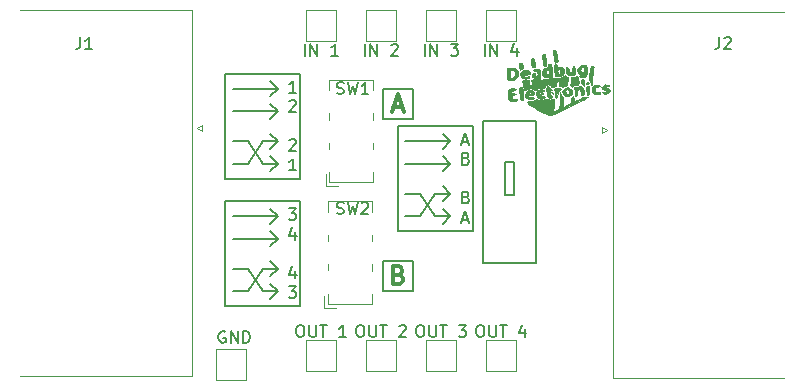
<source format=gbr>
G04 #@! TF.GenerationSoftware,KiCad,Pcbnew,(5.0.1)-rc2*
G04 #@! TF.CreationDate,2019-06-29T00:56:30-07:00*
G04 #@! TF.ProjectId,DB9_Switcher,4442395F53776974636865722E6B6963,rev?*
G04 #@! TF.SameCoordinates,Original*
G04 #@! TF.FileFunction,Legend,Top*
G04 #@! TF.FilePolarity,Positive*
%FSLAX46Y46*%
G04 Gerber Fmt 4.6, Leading zero omitted, Abs format (unit mm)*
G04 Created by KiCad (PCBNEW (5.0.1)-rc2) date 6/29/2019 12:56:30 AM*
%MOMM*%
%LPD*%
G01*
G04 APERTURE LIST*
%ADD10C,0.200000*%
%ADD11C,0.150000*%
%ADD12C,0.300000*%
%ADD13C,0.010000*%
%ADD14C,0.120000*%
G04 APERTURE END LIST*
D10*
X144145000Y-89535000D02*
X144145000Y-86995000D01*
X146685000Y-89535000D02*
X144145000Y-89535000D01*
X146685000Y-86995000D02*
X146685000Y-89535000D01*
X146050000Y-86995000D02*
X146685000Y-86995000D01*
X144145000Y-86995000D02*
X146050000Y-86995000D01*
X146685000Y-72390000D02*
X144145000Y-72390000D01*
X146685000Y-74930000D02*
X146685000Y-72390000D01*
X144145000Y-74930000D02*
X146685000Y-74930000D01*
X144145000Y-72390000D02*
X144145000Y-74930000D01*
X150495000Y-84455000D02*
X151765000Y-84455000D01*
X150495000Y-75565000D02*
X151765000Y-75565000D01*
D11*
X150891904Y-76876666D02*
X151368095Y-76876666D01*
X150796666Y-77162380D02*
X151130000Y-76162380D01*
X151463333Y-77162380D01*
X151201428Y-78288571D02*
X151344285Y-78336190D01*
X151391904Y-78383809D01*
X151439523Y-78479047D01*
X151439523Y-78621904D01*
X151391904Y-78717142D01*
X151344285Y-78764761D01*
X151249047Y-78812380D01*
X150868095Y-78812380D01*
X150868095Y-77812380D01*
X151201428Y-77812380D01*
X151296666Y-77860000D01*
X151344285Y-77907619D01*
X151391904Y-78002857D01*
X151391904Y-78098095D01*
X151344285Y-78193333D01*
X151296666Y-78240952D01*
X151201428Y-78288571D01*
X150868095Y-78288571D01*
X151201428Y-81588571D02*
X151344285Y-81636190D01*
X151391904Y-81683809D01*
X151439523Y-81779047D01*
X151439523Y-81921904D01*
X151391904Y-82017142D01*
X151344285Y-82064761D01*
X151249047Y-82112380D01*
X150868095Y-82112380D01*
X150868095Y-81112380D01*
X151201428Y-81112380D01*
X151296666Y-81160000D01*
X151344285Y-81207619D01*
X151391904Y-81302857D01*
X151391904Y-81398095D01*
X151344285Y-81493333D01*
X151296666Y-81540952D01*
X151201428Y-81588571D01*
X150868095Y-81588571D01*
X150891904Y-83476666D02*
X151368095Y-83476666D01*
X150796666Y-83762380D02*
X151130000Y-82762380D01*
X151463333Y-83762380D01*
D12*
X145522142Y-88157857D02*
X145736428Y-88229285D01*
X145807857Y-88300714D01*
X145879285Y-88443571D01*
X145879285Y-88657857D01*
X145807857Y-88800714D01*
X145736428Y-88872142D01*
X145593571Y-88943571D01*
X145022142Y-88943571D01*
X145022142Y-87443571D01*
X145522142Y-87443571D01*
X145665000Y-87515000D01*
X145736428Y-87586428D01*
X145807857Y-87729285D01*
X145807857Y-87872142D01*
X145736428Y-88015000D01*
X145665000Y-88086428D01*
X145522142Y-88157857D01*
X145022142Y-88157857D01*
X145057857Y-73910000D02*
X145772142Y-73910000D01*
X144915000Y-74338571D02*
X145415000Y-72838571D01*
X145915000Y-74338571D01*
D10*
X135890000Y-90805000D02*
X137160000Y-90805000D01*
X135890000Y-81915000D02*
X137160000Y-81915000D01*
X135890000Y-80010000D02*
X137160000Y-80010000D01*
X135890000Y-71120000D02*
X137160000Y-71120000D01*
D11*
X136191666Y-82512380D02*
X136810714Y-82512380D01*
X136477380Y-82893333D01*
X136620238Y-82893333D01*
X136715476Y-82940952D01*
X136763095Y-82988571D01*
X136810714Y-83083809D01*
X136810714Y-83321904D01*
X136763095Y-83417142D01*
X136715476Y-83464761D01*
X136620238Y-83512380D01*
X136334523Y-83512380D01*
X136239285Y-83464761D01*
X136191666Y-83417142D01*
X136715476Y-84495714D02*
X136715476Y-85162380D01*
X136477380Y-84114761D02*
X136239285Y-84829047D01*
X136858333Y-84829047D01*
X136715476Y-87795714D02*
X136715476Y-88462380D01*
X136477380Y-87414761D02*
X136239285Y-88129047D01*
X136858333Y-88129047D01*
X136191666Y-89112380D02*
X136810714Y-89112380D01*
X136477380Y-89493333D01*
X136620238Y-89493333D01*
X136715476Y-89540952D01*
X136763095Y-89588571D01*
X136810714Y-89683809D01*
X136810714Y-89921904D01*
X136763095Y-90017142D01*
X136715476Y-90064761D01*
X136620238Y-90112380D01*
X136334523Y-90112380D01*
X136239285Y-90064761D01*
X136191666Y-90017142D01*
X136810714Y-72717380D02*
X136239285Y-72717380D01*
X136525000Y-72717380D02*
X136525000Y-71717380D01*
X136429761Y-71860238D01*
X136334523Y-71955476D01*
X136239285Y-72003095D01*
X136239285Y-73462619D02*
X136286904Y-73415000D01*
X136382142Y-73367380D01*
X136620238Y-73367380D01*
X136715476Y-73415000D01*
X136763095Y-73462619D01*
X136810714Y-73557857D01*
X136810714Y-73653095D01*
X136763095Y-73795952D01*
X136191666Y-74367380D01*
X136810714Y-74367380D01*
X136239285Y-76762619D02*
X136286904Y-76715000D01*
X136382142Y-76667380D01*
X136620238Y-76667380D01*
X136715476Y-76715000D01*
X136763095Y-76762619D01*
X136810714Y-76857857D01*
X136810714Y-76953095D01*
X136763095Y-77095952D01*
X136191666Y-77667380D01*
X136810714Y-77667380D01*
X136810714Y-79317380D02*
X136239285Y-79317380D01*
X136525000Y-79317380D02*
X136525000Y-78317380D01*
X136429761Y-78460238D01*
X136334523Y-78555476D01*
X136239285Y-78603095D01*
D10*
X145415000Y-84455000D02*
X145415000Y-75565000D01*
X150495000Y-84455000D02*
X145415000Y-84455000D01*
X151765000Y-75565000D02*
X151765000Y-84455000D01*
X145415000Y-75565000D02*
X150495000Y-75565000D01*
X130810000Y-90805000D02*
X130810000Y-81915000D01*
X135890000Y-90805000D02*
X130810000Y-90805000D01*
X137160000Y-81915000D02*
X137160000Y-90805000D01*
X130810000Y-81915000D02*
X135890000Y-81915000D01*
X130810000Y-71120000D02*
X130810000Y-75565000D01*
X130810000Y-80010000D02*
X130810000Y-71120000D01*
X135890000Y-80010000D02*
X130810000Y-80010000D01*
X137160000Y-71120000D02*
X137160000Y-80010000D01*
X130810000Y-71120000D02*
X135890000Y-71120000D01*
X146050000Y-81280000D02*
X147320000Y-81280000D01*
X146050000Y-78740000D02*
X149860000Y-78740000D01*
X148590000Y-83185000D02*
X149860000Y-83185000D01*
X149860000Y-81280000D02*
X149225000Y-80645000D01*
X149860000Y-83185000D02*
X149225000Y-82550000D01*
X149225000Y-78105000D02*
X149860000Y-78740000D01*
X149225000Y-80645000D02*
X149860000Y-81280000D01*
X147320000Y-83185000D02*
X148590000Y-81280000D01*
X149860000Y-78740000D02*
X149225000Y-78105000D01*
X149860000Y-78740000D02*
X149225000Y-79375000D01*
X149860000Y-83185000D02*
X149225000Y-83820000D01*
X146050000Y-76835000D02*
X149860000Y-76835000D01*
X147320000Y-81280000D02*
X148590000Y-83185000D01*
X149860000Y-81280000D02*
X149225000Y-81915000D01*
X148590000Y-81280000D02*
X149860000Y-81280000D01*
X149225000Y-82550000D02*
X149860000Y-83185000D01*
X146050000Y-83185000D02*
X147320000Y-83185000D01*
X149860000Y-76835000D02*
X149225000Y-77470000D01*
X149860000Y-76835000D02*
X149225000Y-76200000D01*
X149225000Y-76200000D02*
X149860000Y-76835000D01*
X135255000Y-89535000D02*
X134620000Y-90170000D01*
X134620000Y-82550000D02*
X135255000Y-83185000D01*
X135255000Y-83185000D02*
X134620000Y-83820000D01*
X135255000Y-83185000D02*
X134620000Y-82550000D01*
X131445000Y-83185000D02*
X135255000Y-83185000D01*
X135255000Y-87630000D02*
X134620000Y-88265000D01*
X133985000Y-87630000D02*
X135255000Y-87630000D01*
X134620000Y-88900000D02*
X135255000Y-89535000D01*
X132715000Y-87630000D02*
X133985000Y-89535000D01*
X131445000Y-89535000D02*
X132715000Y-89535000D01*
X135255000Y-87630000D02*
X134620000Y-86995000D01*
X132715000Y-89535000D02*
X133985000Y-87630000D01*
X135255000Y-89535000D02*
X134620000Y-88900000D01*
X133985000Y-89535000D02*
X135255000Y-89535000D01*
X134620000Y-86995000D02*
X135255000Y-87630000D01*
X135255000Y-85090000D02*
X134620000Y-85725000D01*
X131445000Y-87630000D02*
X132715000Y-87630000D01*
X134620000Y-84455000D02*
X135255000Y-85090000D01*
X135255000Y-85090000D02*
X134620000Y-84455000D01*
X131445000Y-85090000D02*
X135255000Y-85090000D01*
X135255000Y-78740000D02*
X134620000Y-79375000D01*
X134620000Y-78105000D02*
X135255000Y-78740000D01*
X135255000Y-78740000D02*
X134620000Y-78105000D01*
X133985000Y-78740000D02*
X135255000Y-78740000D01*
X132715000Y-76835000D02*
X133985000Y-78740000D01*
X135255000Y-76835000D02*
X134620000Y-77470000D01*
X134620000Y-76200000D02*
X135255000Y-76835000D01*
X135255000Y-76835000D02*
X134620000Y-76200000D01*
X133985000Y-76835000D02*
X135255000Y-76835000D01*
X132715000Y-78740000D02*
X133985000Y-76835000D01*
X131445000Y-78740000D02*
X132715000Y-78740000D01*
X131445000Y-76835000D02*
X132715000Y-76835000D01*
X135255000Y-74295000D02*
X134620000Y-74930000D01*
X134620000Y-73660000D02*
X135255000Y-74295000D01*
X135255000Y-74295000D02*
X134620000Y-73660000D01*
X131445000Y-74295000D02*
X135255000Y-74295000D01*
X135255000Y-72390000D02*
X134620000Y-73025000D01*
X134620000Y-71755000D02*
X135255000Y-72390000D01*
X135255000Y-72390000D02*
X134620000Y-71755000D01*
X131445000Y-72390000D02*
X135255000Y-72390000D01*
D13*
G04 #@! TO.C,G\002A\002A\002A*
G36*
X159197153Y-72718289D02*
X159225966Y-72805636D01*
X159278474Y-72938107D01*
X159342517Y-73029594D01*
X159386556Y-73087369D01*
X159411083Y-73158989D01*
X159419140Y-73267370D01*
X159413772Y-73435430D01*
X159408450Y-73526049D01*
X159401537Y-73706801D01*
X159404735Y-73843404D01*
X159417227Y-73915932D01*
X159424672Y-73922536D01*
X159483775Y-73901818D01*
X159600913Y-73850074D01*
X159751767Y-73778095D01*
X159766000Y-73771075D01*
X160066182Y-73622625D01*
X160095879Y-73380677D01*
X160123396Y-73229068D01*
X160160821Y-73109423D01*
X160182777Y-73069807D01*
X160234457Y-73026592D01*
X160282940Y-73058506D01*
X160301702Y-73082215D01*
X160346270Y-73185748D01*
X160364895Y-73313636D01*
X160372533Y-73415874D01*
X160389159Y-73463315D01*
X160390990Y-73463727D01*
X160451599Y-73442806D01*
X160564113Y-73389783D01*
X160700756Y-73319272D01*
X160833753Y-73245885D01*
X160935327Y-73184235D01*
X160968671Y-73159812D01*
X161051670Y-73121878D01*
X161192145Y-73088781D01*
X161315035Y-73072351D01*
X161446863Y-73063800D01*
X161520163Y-73066072D01*
X161520909Y-73077404D01*
X161435507Y-73124261D01*
X161325960Y-73195450D01*
X161323892Y-73196896D01*
X161240786Y-73246302D01*
X161087881Y-73328832D01*
X160878700Y-73437751D01*
X160626765Y-73566325D01*
X160345599Y-73707821D01*
X160048725Y-73855505D01*
X159749665Y-74002643D01*
X159461942Y-74142501D01*
X159199079Y-74268347D01*
X158974599Y-74373445D01*
X158828747Y-74439378D01*
X158615232Y-74524994D01*
X158422846Y-74586796D01*
X158278423Y-74616485D01*
X158251474Y-74617920D01*
X158155268Y-74603761D01*
X158023237Y-74558238D01*
X157843883Y-74476273D01*
X157605711Y-74352788D01*
X157415270Y-74248606D01*
X157048748Y-74041573D01*
X156762850Y-73870876D01*
X156554674Y-73733432D01*
X156421316Y-73626156D01*
X156359871Y-73545962D01*
X156367436Y-73489767D01*
X156441107Y-73454486D01*
X156577982Y-73437035D01*
X156648775Y-73434376D01*
X156875657Y-73414606D01*
X157036042Y-73368310D01*
X157064874Y-73352185D01*
X157175481Y-73303278D01*
X157269617Y-73323809D01*
X157405801Y-73361493D01*
X157585340Y-73368268D01*
X157765023Y-73345440D01*
X157882671Y-73305282D01*
X158003851Y-73264338D01*
X158128247Y-73285325D01*
X158147310Y-73292258D01*
X158298587Y-73321565D01*
X158473067Y-73294914D01*
X158593697Y-73272401D01*
X158672140Y-73275737D01*
X158683583Y-73283620D01*
X158692300Y-73348103D01*
X158688861Y-73471686D01*
X158680521Y-73566124D01*
X158651957Y-73820707D01*
X158629932Y-73996897D01*
X158611362Y-74108162D01*
X158593159Y-74167970D01*
X158572239Y-74189790D01*
X158545515Y-74187089D01*
X158538806Y-74184640D01*
X158481839Y-74182743D01*
X158480902Y-74223463D01*
X158533777Y-74277737D01*
X158546494Y-74285409D01*
X158639581Y-74293122D01*
X158794656Y-74243358D01*
X158862784Y-74213019D01*
X159105489Y-74099450D01*
X159156348Y-73631501D01*
X159177545Y-73391300D01*
X159181936Y-73220820D01*
X159169394Y-73129371D01*
X159163331Y-73119676D01*
X159136696Y-73053298D01*
X159122654Y-72942315D01*
X159121471Y-72820422D01*
X159133412Y-72721316D01*
X159158740Y-72678691D01*
X159159864Y-72678636D01*
X159197153Y-72718289D01*
X159197153Y-72718289D01*
G37*
X159197153Y-72718289D02*
X159225966Y-72805636D01*
X159278474Y-72938107D01*
X159342517Y-73029594D01*
X159386556Y-73087369D01*
X159411083Y-73158989D01*
X159419140Y-73267370D01*
X159413772Y-73435430D01*
X159408450Y-73526049D01*
X159401537Y-73706801D01*
X159404735Y-73843404D01*
X159417227Y-73915932D01*
X159424672Y-73922536D01*
X159483775Y-73901818D01*
X159600913Y-73850074D01*
X159751767Y-73778095D01*
X159766000Y-73771075D01*
X160066182Y-73622625D01*
X160095879Y-73380677D01*
X160123396Y-73229068D01*
X160160821Y-73109423D01*
X160182777Y-73069807D01*
X160234457Y-73026592D01*
X160282940Y-73058506D01*
X160301702Y-73082215D01*
X160346270Y-73185748D01*
X160364895Y-73313636D01*
X160372533Y-73415874D01*
X160389159Y-73463315D01*
X160390990Y-73463727D01*
X160451599Y-73442806D01*
X160564113Y-73389783D01*
X160700756Y-73319272D01*
X160833753Y-73245885D01*
X160935327Y-73184235D01*
X160968671Y-73159812D01*
X161051670Y-73121878D01*
X161192145Y-73088781D01*
X161315035Y-73072351D01*
X161446863Y-73063800D01*
X161520163Y-73066072D01*
X161520909Y-73077404D01*
X161435507Y-73124261D01*
X161325960Y-73195450D01*
X161323892Y-73196896D01*
X161240786Y-73246302D01*
X161087881Y-73328832D01*
X160878700Y-73437751D01*
X160626765Y-73566325D01*
X160345599Y-73707821D01*
X160048725Y-73855505D01*
X159749665Y-74002643D01*
X159461942Y-74142501D01*
X159199079Y-74268347D01*
X158974599Y-74373445D01*
X158828747Y-74439378D01*
X158615232Y-74524994D01*
X158422846Y-74586796D01*
X158278423Y-74616485D01*
X158251474Y-74617920D01*
X158155268Y-74603761D01*
X158023237Y-74558238D01*
X157843883Y-74476273D01*
X157605711Y-74352788D01*
X157415270Y-74248606D01*
X157048748Y-74041573D01*
X156762850Y-73870876D01*
X156554674Y-73733432D01*
X156421316Y-73626156D01*
X156359871Y-73545962D01*
X156367436Y-73489767D01*
X156441107Y-73454486D01*
X156577982Y-73437035D01*
X156648775Y-73434376D01*
X156875657Y-73414606D01*
X157036042Y-73368310D01*
X157064874Y-73352185D01*
X157175481Y-73303278D01*
X157269617Y-73323809D01*
X157405801Y-73361493D01*
X157585340Y-73368268D01*
X157765023Y-73345440D01*
X157882671Y-73305282D01*
X158003851Y-73264338D01*
X158128247Y-73285325D01*
X158147310Y-73292258D01*
X158298587Y-73321565D01*
X158473067Y-73294914D01*
X158593697Y-73272401D01*
X158672140Y-73275737D01*
X158683583Y-73283620D01*
X158692300Y-73348103D01*
X158688861Y-73471686D01*
X158680521Y-73566124D01*
X158651957Y-73820707D01*
X158629932Y-73996897D01*
X158611362Y-74108162D01*
X158593159Y-74167970D01*
X158572239Y-74189790D01*
X158545515Y-74187089D01*
X158538806Y-74184640D01*
X158481839Y-74182743D01*
X158480902Y-74223463D01*
X158533777Y-74277737D01*
X158546494Y-74285409D01*
X158639581Y-74293122D01*
X158794656Y-74243358D01*
X158862784Y-74213019D01*
X159105489Y-74099450D01*
X159156348Y-73631501D01*
X159177545Y-73391300D01*
X159181936Y-73220820D01*
X159169394Y-73129371D01*
X159163331Y-73119676D01*
X159136696Y-73053298D01*
X159122654Y-72942315D01*
X159121471Y-72820422D01*
X159133412Y-72721316D01*
X159158740Y-72678691D01*
X159159864Y-72678636D01*
X159197153Y-72718289D01*
G36*
X155217064Y-72366767D02*
X155344582Y-72381061D01*
X155424729Y-72408697D01*
X155436986Y-72424636D01*
X155403462Y-72461458D01*
X155306057Y-72500343D01*
X155251727Y-72514324D01*
X155124822Y-72551669D01*
X155067157Y-72600191D01*
X155055455Y-72661760D01*
X155069634Y-72730556D01*
X155128773Y-72765058D01*
X155240997Y-72779890D01*
X155376042Y-72803479D01*
X155426605Y-72840498D01*
X155390543Y-72880868D01*
X155269489Y-72913904D01*
X155132513Y-72943130D01*
X155069380Y-72984853D01*
X155061785Y-73057907D01*
X155073879Y-73115213D01*
X155104459Y-73189919D01*
X155165522Y-73224088D01*
X155286345Y-73232772D01*
X155302638Y-73232818D01*
X155460873Y-73242314D01*
X155534671Y-73273233D01*
X155530231Y-73329224D01*
X155511217Y-73355569D01*
X155426719Y-73395447D01*
X155261451Y-73415476D01*
X155167421Y-73417545D01*
X155007585Y-73415302D01*
X154913170Y-73400612D01*
X154857236Y-73361531D01*
X154812843Y-73286116D01*
X154797176Y-73253415D01*
X154754691Y-73106386D01*
X154738913Y-72922772D01*
X154747751Y-72731351D01*
X154779111Y-72560904D01*
X154830900Y-72440208D01*
X154858437Y-72411129D01*
X154943177Y-72381081D01*
X155072991Y-72366534D01*
X155217064Y-72366767D01*
X155217064Y-72366767D01*
G37*
X155217064Y-72366767D02*
X155344582Y-72381061D01*
X155424729Y-72408697D01*
X155436986Y-72424636D01*
X155403462Y-72461458D01*
X155306057Y-72500343D01*
X155251727Y-72514324D01*
X155124822Y-72551669D01*
X155067157Y-72600191D01*
X155055455Y-72661760D01*
X155069634Y-72730556D01*
X155128773Y-72765058D01*
X155240997Y-72779890D01*
X155376042Y-72803479D01*
X155426605Y-72840498D01*
X155390543Y-72880868D01*
X155269489Y-72913904D01*
X155132513Y-72943130D01*
X155069380Y-72984853D01*
X155061785Y-73057907D01*
X155073879Y-73115213D01*
X155104459Y-73189919D01*
X155165522Y-73224088D01*
X155286345Y-73232772D01*
X155302638Y-73232818D01*
X155460873Y-73242314D01*
X155534671Y-73273233D01*
X155530231Y-73329224D01*
X155511217Y-73355569D01*
X155426719Y-73395447D01*
X155261451Y-73415476D01*
X155167421Y-73417545D01*
X155007585Y-73415302D01*
X154913170Y-73400612D01*
X154857236Y-73361531D01*
X154812843Y-73286116D01*
X154797176Y-73253415D01*
X154754691Y-73106386D01*
X154738913Y-72922772D01*
X154747751Y-72731351D01*
X154779111Y-72560904D01*
X154830900Y-72440208D01*
X154858437Y-72411129D01*
X154943177Y-72381081D01*
X155072991Y-72366534D01*
X155217064Y-72366767D01*
G36*
X155935026Y-72288641D02*
X155961195Y-72359790D01*
X155988563Y-72497238D01*
X156014501Y-72676246D01*
X156036378Y-72872074D01*
X156051562Y-73059982D01*
X156057423Y-73215229D01*
X156051330Y-73313076D01*
X156045703Y-73329487D01*
X155975596Y-73369564D01*
X155880705Y-73356693D01*
X155806310Y-73298107D01*
X155802014Y-73290545D01*
X155780738Y-73210959D01*
X155758113Y-73064027D01*
X155737601Y-72874645D01*
X155728550Y-72762453D01*
X155715290Y-72554865D01*
X155712476Y-72420344D01*
X155722340Y-72339958D01*
X155747113Y-72294775D01*
X155786948Y-72266969D01*
X155875441Y-72245210D01*
X155935026Y-72288641D01*
X155935026Y-72288641D01*
G37*
X155935026Y-72288641D02*
X155961195Y-72359790D01*
X155988563Y-72497238D01*
X156014501Y-72676246D01*
X156036378Y-72872074D01*
X156051562Y-73059982D01*
X156057423Y-73215229D01*
X156051330Y-73313076D01*
X156045703Y-73329487D01*
X155975596Y-73369564D01*
X155880705Y-73356693D01*
X155806310Y-73298107D01*
X155802014Y-73290545D01*
X155780738Y-73210959D01*
X155758113Y-73064027D01*
X155737601Y-72874645D01*
X155728550Y-72762453D01*
X155715290Y-72554865D01*
X155712476Y-72420344D01*
X155722340Y-72339958D01*
X155747113Y-72294775D01*
X155786948Y-72266969D01*
X155875441Y-72245210D01*
X155935026Y-72288641D01*
G36*
X156764443Y-72535305D02*
X156793247Y-72548488D01*
X156937942Y-72648241D01*
X156995350Y-72752184D01*
X156968713Y-72846200D01*
X156861276Y-72916177D01*
X156701724Y-72946712D01*
X156552554Y-72969265D01*
X156489133Y-73010956D01*
X156487091Y-73022144D01*
X156527769Y-73082592D01*
X156631824Y-73116528D01*
X156772285Y-73116637D01*
X156811629Y-73110183D01*
X156917992Y-73108772D01*
X156972271Y-73144765D01*
X156956886Y-73202575D01*
X156936855Y-73221217D01*
X156795077Y-73282699D01*
X156613248Y-73293238D01*
X156500706Y-73272908D01*
X156337831Y-73189148D01*
X156241209Y-73062153D01*
X156210603Y-72912798D01*
X156245776Y-72761960D01*
X156247696Y-72759454D01*
X156498637Y-72759454D01*
X156521370Y-72804363D01*
X156602546Y-72817182D01*
X156692460Y-72799508D01*
X156706455Y-72759454D01*
X156650175Y-72710491D01*
X156602546Y-72701727D01*
X156521651Y-72728971D01*
X156498637Y-72759454D01*
X156247696Y-72759454D01*
X156346491Y-72630513D01*
X156509014Y-72540476D01*
X156648294Y-72511117D01*
X156764443Y-72535305D01*
X156764443Y-72535305D01*
G37*
X156764443Y-72535305D02*
X156793247Y-72548488D01*
X156937942Y-72648241D01*
X156995350Y-72752184D01*
X156968713Y-72846200D01*
X156861276Y-72916177D01*
X156701724Y-72946712D01*
X156552554Y-72969265D01*
X156489133Y-73010956D01*
X156487091Y-73022144D01*
X156527769Y-73082592D01*
X156631824Y-73116528D01*
X156772285Y-73116637D01*
X156811629Y-73110183D01*
X156917992Y-73108772D01*
X156972271Y-73144765D01*
X156956886Y-73202575D01*
X156936855Y-73221217D01*
X156795077Y-73282699D01*
X156613248Y-73293238D01*
X156500706Y-73272908D01*
X156337831Y-73189148D01*
X156241209Y-73062153D01*
X156210603Y-72912798D01*
X156245776Y-72761960D01*
X156247696Y-72759454D01*
X156498637Y-72759454D01*
X156521370Y-72804363D01*
X156602546Y-72817182D01*
X156692460Y-72799508D01*
X156706455Y-72759454D01*
X156650175Y-72710491D01*
X156602546Y-72701727D01*
X156521651Y-72728971D01*
X156498637Y-72759454D01*
X156247696Y-72759454D01*
X156346491Y-72630513D01*
X156509014Y-72540476D01*
X156648294Y-72511117D01*
X156764443Y-72535305D01*
G36*
X157625235Y-72456195D02*
X157759310Y-72485655D01*
X157808580Y-72534472D01*
X157773642Y-72586835D01*
X157655099Y-72626934D01*
X157618546Y-72632454D01*
X157497245Y-72656092D01*
X157440030Y-72700751D01*
X157418936Y-72785338D01*
X157431796Y-72933934D01*
X157508865Y-73017142D01*
X157645976Y-73030944D01*
X157669710Y-73027112D01*
X157795295Y-73023859D01*
X157856781Y-73065073D01*
X157842832Y-73140625D01*
X157824685Y-73165568D01*
X157724263Y-73222472D01*
X157577842Y-73235560D01*
X157419202Y-73207564D01*
X157282121Y-73141217D01*
X157255835Y-73119569D01*
X157176961Y-73006712D01*
X157133510Y-72866845D01*
X157132299Y-72735800D01*
X157168273Y-72659394D01*
X157201960Y-72584338D01*
X157202909Y-72570879D01*
X157234266Y-72517156D01*
X157249091Y-72513011D01*
X157328815Y-72492068D01*
X157371235Y-72475298D01*
X157465891Y-72456703D01*
X157600614Y-72454535D01*
X157625235Y-72456195D01*
X157625235Y-72456195D01*
G37*
X157625235Y-72456195D02*
X157759310Y-72485655D01*
X157808580Y-72534472D01*
X157773642Y-72586835D01*
X157655099Y-72626934D01*
X157618546Y-72632454D01*
X157497245Y-72656092D01*
X157440030Y-72700751D01*
X157418936Y-72785338D01*
X157431796Y-72933934D01*
X157508865Y-73017142D01*
X157645976Y-73030944D01*
X157669710Y-73027112D01*
X157795295Y-73023859D01*
X157856781Y-73065073D01*
X157842832Y-73140625D01*
X157824685Y-73165568D01*
X157724263Y-73222472D01*
X157577842Y-73235560D01*
X157419202Y-73207564D01*
X157282121Y-73141217D01*
X157255835Y-73119569D01*
X157176961Y-73006712D01*
X157133510Y-72866845D01*
X157132299Y-72735800D01*
X157168273Y-72659394D01*
X157201960Y-72584338D01*
X157202909Y-72570879D01*
X157234266Y-72517156D01*
X157249091Y-72513011D01*
X157328815Y-72492068D01*
X157371235Y-72475298D01*
X157465891Y-72456703D01*
X157600614Y-72454535D01*
X157625235Y-72456195D01*
G36*
X158222645Y-72244837D02*
X158228619Y-72263000D01*
X158272596Y-72338014D01*
X158311004Y-72355363D01*
X158386526Y-72387741D01*
X158428667Y-72426974D01*
X158460238Y-72485227D01*
X158413996Y-72517366D01*
X158388140Y-72524723D01*
X158318676Y-72563525D01*
X158291357Y-72649234D01*
X158288889Y-72718659D01*
X158302532Y-72872611D01*
X158351606Y-72964055D01*
X158449818Y-73020121D01*
X158514133Y-73049787D01*
X158502162Y-73082377D01*
X158452537Y-73120662D01*
X158372410Y-73172175D01*
X158307702Y-73175574D01*
X158242000Y-73154587D01*
X158125019Y-73066525D01*
X158064561Y-72911673D01*
X158057273Y-72817182D01*
X158039862Y-72679022D01*
X157997532Y-72568756D01*
X157993393Y-72562747D01*
X157955123Y-72457841D01*
X157966931Y-72403829D01*
X158014575Y-72294200D01*
X158029361Y-72251454D01*
X158085176Y-72182169D01*
X158162495Y-72180711D01*
X158222645Y-72244837D01*
X158222645Y-72244837D01*
G37*
X158222645Y-72244837D02*
X158228619Y-72263000D01*
X158272596Y-72338014D01*
X158311004Y-72355363D01*
X158386526Y-72387741D01*
X158428667Y-72426974D01*
X158460238Y-72485227D01*
X158413996Y-72517366D01*
X158388140Y-72524723D01*
X158318676Y-72563525D01*
X158291357Y-72649234D01*
X158288889Y-72718659D01*
X158302532Y-72872611D01*
X158351606Y-72964055D01*
X158449818Y-73020121D01*
X158514133Y-73049787D01*
X158502162Y-73082377D01*
X158452537Y-73120662D01*
X158372410Y-73172175D01*
X158307702Y-73175574D01*
X158242000Y-73154587D01*
X158125019Y-73066525D01*
X158064561Y-72911673D01*
X158057273Y-72817182D01*
X158039862Y-72679022D01*
X157997532Y-72568756D01*
X157993393Y-72562747D01*
X157955123Y-72457841D01*
X157966931Y-72403829D01*
X158014575Y-72294200D01*
X158029361Y-72251454D01*
X158085176Y-72182169D01*
X158162495Y-72180711D01*
X158222645Y-72244837D01*
G36*
X159216796Y-72382916D02*
X159225427Y-72449732D01*
X159200842Y-72482812D01*
X159106664Y-72531752D01*
X159050182Y-72547885D01*
X158993922Y-72573454D01*
X158966211Y-72638169D01*
X158957945Y-72766419D01*
X158957818Y-72795309D01*
X158943536Y-72994320D01*
X158901294Y-73109891D01*
X158845293Y-73140454D01*
X158786142Y-73109023D01*
X158760610Y-73082727D01*
X158734841Y-73009815D01*
X158712130Y-72873815D01*
X158697344Y-72703986D01*
X158697228Y-72701727D01*
X158680727Y-72378454D01*
X158842364Y-72371881D01*
X158974283Y-72358965D01*
X159073659Y-72336617D01*
X159077419Y-72335143D01*
X159159035Y-72334640D01*
X159216796Y-72382916D01*
X159216796Y-72382916D01*
G37*
X159216796Y-72382916D02*
X159225427Y-72449732D01*
X159200842Y-72482812D01*
X159106664Y-72531752D01*
X159050182Y-72547885D01*
X158993922Y-72573454D01*
X158966211Y-72638169D01*
X158957945Y-72766419D01*
X158957818Y-72795309D01*
X158943536Y-72994320D01*
X158901294Y-73109891D01*
X158845293Y-73140454D01*
X158786142Y-73109023D01*
X158760610Y-73082727D01*
X158734841Y-73009815D01*
X158712130Y-72873815D01*
X158697344Y-72703986D01*
X158697228Y-72701727D01*
X158680727Y-72378454D01*
X158842364Y-72371881D01*
X158974283Y-72358965D01*
X159073659Y-72336617D01*
X159077419Y-72335143D01*
X159159035Y-72334640D01*
X159216796Y-72382916D01*
G36*
X159896910Y-72293430D02*
X160046920Y-72378042D01*
X160149297Y-72514574D01*
X160181637Y-72661750D01*
X160143087Y-72834256D01*
X160041869Y-72961624D01*
X159899631Y-73036425D01*
X159738019Y-73051229D01*
X159578681Y-72998607D01*
X159469924Y-72906002D01*
X159392023Y-72786859D01*
X159351846Y-72673507D01*
X159350364Y-72654577D01*
X159360131Y-72621374D01*
X159615623Y-72621374D01*
X159631282Y-72757487D01*
X159633121Y-72762555D01*
X159687672Y-72841728D01*
X159786215Y-72856348D01*
X159800295Y-72854918D01*
X159898490Y-72822734D01*
X159938699Y-72737477D01*
X159942519Y-72710480D01*
X159928401Y-72569884D01*
X159859506Y-72478901D01*
X159751977Y-72457044D01*
X159659642Y-72511489D01*
X159615623Y-72621374D01*
X159360131Y-72621374D01*
X159391984Y-72513096D01*
X159499929Y-72386113D01*
X159648823Y-72299183D01*
X159722373Y-72279948D01*
X159896910Y-72293430D01*
X159896910Y-72293430D01*
G37*
X159896910Y-72293430D02*
X160046920Y-72378042D01*
X160149297Y-72514574D01*
X160181637Y-72661750D01*
X160143087Y-72834256D01*
X160041869Y-72961624D01*
X159899631Y-73036425D01*
X159738019Y-73051229D01*
X159578681Y-72998607D01*
X159469924Y-72906002D01*
X159392023Y-72786859D01*
X159351846Y-72673507D01*
X159350364Y-72654577D01*
X159360131Y-72621374D01*
X159615623Y-72621374D01*
X159631282Y-72757487D01*
X159633121Y-72762555D01*
X159687672Y-72841728D01*
X159786215Y-72856348D01*
X159800295Y-72854918D01*
X159898490Y-72822734D01*
X159938699Y-72737477D01*
X159942519Y-72710480D01*
X159928401Y-72569884D01*
X159859506Y-72478901D01*
X159751977Y-72457044D01*
X159659642Y-72511489D01*
X159615623Y-72621374D01*
X159360131Y-72621374D01*
X159391984Y-72513096D01*
X159499929Y-72386113D01*
X159648823Y-72299183D01*
X159722373Y-72279948D01*
X159896910Y-72293430D01*
G36*
X161062716Y-72265010D02*
X161127755Y-72418624D01*
X161154147Y-72568743D01*
X161166967Y-72748201D01*
X161152357Y-72858704D01*
X161124921Y-72905578D01*
X161048947Y-72942547D01*
X160980928Y-72901912D01*
X160934024Y-72798284D01*
X160920546Y-72678636D01*
X160896280Y-72529383D01*
X160832204Y-72434272D01*
X160741403Y-72410007D01*
X160715691Y-72417109D01*
X160668701Y-72478783D01*
X160640720Y-72623644D01*
X160634284Y-72710463D01*
X160619989Y-72869269D01*
X160593553Y-72956121D01*
X160548181Y-72991277D01*
X160539406Y-72993328D01*
X160457761Y-72972778D01*
X160431184Y-72937687D01*
X160416221Y-72857003D01*
X160403716Y-72715420D01*
X160396688Y-72553274D01*
X160389455Y-72239909D01*
X160551091Y-72235256D01*
X160699622Y-72222497D01*
X160828182Y-72198560D01*
X160963997Y-72192948D01*
X161062716Y-72265010D01*
X161062716Y-72265010D01*
G37*
X161062716Y-72265010D02*
X161127755Y-72418624D01*
X161154147Y-72568743D01*
X161166967Y-72748201D01*
X161152357Y-72858704D01*
X161124921Y-72905578D01*
X161048947Y-72942547D01*
X160980928Y-72901912D01*
X160934024Y-72798284D01*
X160920546Y-72678636D01*
X160896280Y-72529383D01*
X160832204Y-72434272D01*
X160741403Y-72410007D01*
X160715691Y-72417109D01*
X160668701Y-72478783D01*
X160640720Y-72623644D01*
X160634284Y-72710463D01*
X160619989Y-72869269D01*
X160593553Y-72956121D01*
X160548181Y-72991277D01*
X160539406Y-72993328D01*
X160457761Y-72972778D01*
X160431184Y-72937687D01*
X160416221Y-72857003D01*
X160403716Y-72715420D01*
X160396688Y-72553274D01*
X160389455Y-72239909D01*
X160551091Y-72235256D01*
X160699622Y-72222497D01*
X160828182Y-72198560D01*
X160963997Y-72192948D01*
X161062716Y-72265010D01*
G36*
X157721397Y-72793471D02*
X157721525Y-72842266D01*
X157660950Y-72881513D01*
X157578968Y-72906440D01*
X157551674Y-72882500D01*
X157549273Y-72840273D01*
X157587774Y-72783857D01*
X157641637Y-72771000D01*
X157721397Y-72793471D01*
X157721397Y-72793471D01*
G37*
X157721397Y-72793471D02*
X157721525Y-72842266D01*
X157660950Y-72881513D01*
X157578968Y-72906440D01*
X157551674Y-72882500D01*
X157549273Y-72840273D01*
X157587774Y-72783857D01*
X157641637Y-72771000D01*
X157721397Y-72793471D01*
G36*
X161583372Y-72188045D02*
X161615302Y-72314003D01*
X161629257Y-72521107D01*
X161629812Y-72545978D01*
X161629888Y-72724992D01*
X161618977Y-72831055D01*
X161593291Y-72883298D01*
X161559851Y-72899141D01*
X161481429Y-72893316D01*
X161459786Y-72876550D01*
X161443954Y-72814579D01*
X161424328Y-72687098D01*
X161404938Y-72520632D01*
X161403411Y-72505348D01*
X161388895Y-72329581D01*
X161390052Y-72224345D01*
X161409500Y-72168734D01*
X161448853Y-72142223D01*
X161529284Y-72133896D01*
X161583372Y-72188045D01*
X161583372Y-72188045D01*
G37*
X161583372Y-72188045D02*
X161615302Y-72314003D01*
X161629257Y-72521107D01*
X161629812Y-72545978D01*
X161629888Y-72724992D01*
X161618977Y-72831055D01*
X161593291Y-72883298D01*
X161559851Y-72899141D01*
X161481429Y-72893316D01*
X161459786Y-72876550D01*
X161443954Y-72814579D01*
X161424328Y-72687098D01*
X161404938Y-72520632D01*
X161403411Y-72505348D01*
X161388895Y-72329581D01*
X161390052Y-72224345D01*
X161409500Y-72168734D01*
X161448853Y-72142223D01*
X161529284Y-72133896D01*
X161583372Y-72188045D01*
G36*
X162294869Y-72087305D02*
X162445803Y-72112908D01*
X162516882Y-72156815D01*
X162505624Y-72206281D01*
X162409547Y-72248560D01*
X162329091Y-72263000D01*
X162209439Y-72285114D01*
X162153274Y-72328481D01*
X162131837Y-72419006D01*
X162129392Y-72442884D01*
X162139339Y-72581484D01*
X162207531Y-72652175D01*
X162341473Y-72661230D01*
X162383217Y-72655107D01*
X162504684Y-72654210D01*
X162567115Y-72692901D01*
X162557707Y-72756675D01*
X162512047Y-72801097D01*
X162363663Y-72858943D01*
X162187804Y-72857636D01*
X162024670Y-72800880D01*
X161957537Y-72750008D01*
X161861702Y-72595421D01*
X161845058Y-72420809D01*
X161907481Y-72253481D01*
X161960051Y-72189114D01*
X162051745Y-72115699D01*
X162155023Y-72086276D01*
X162294869Y-72087305D01*
X162294869Y-72087305D01*
G37*
X162294869Y-72087305D02*
X162445803Y-72112908D01*
X162516882Y-72156815D01*
X162505624Y-72206281D01*
X162409547Y-72248560D01*
X162329091Y-72263000D01*
X162209439Y-72285114D01*
X162153274Y-72328481D01*
X162131837Y-72419006D01*
X162129392Y-72442884D01*
X162139339Y-72581484D01*
X162207531Y-72652175D01*
X162341473Y-72661230D01*
X162383217Y-72655107D01*
X162504684Y-72654210D01*
X162567115Y-72692901D01*
X162557707Y-72756675D01*
X162512047Y-72801097D01*
X162363663Y-72858943D01*
X162187804Y-72857636D01*
X162024670Y-72800880D01*
X161957537Y-72750008D01*
X161861702Y-72595421D01*
X161845058Y-72420809D01*
X161907481Y-72253481D01*
X161960051Y-72189114D01*
X162051745Y-72115699D01*
X162155023Y-72086276D01*
X162294869Y-72087305D01*
G36*
X158551341Y-72734572D02*
X158565273Y-72773725D01*
X158536215Y-72814383D01*
X158477788Y-72799930D01*
X158447919Y-72767927D01*
X158435448Y-72705734D01*
X158442121Y-72694030D01*
X158496136Y-72690548D01*
X158551341Y-72734572D01*
X158551341Y-72734572D01*
G37*
X158551341Y-72734572D02*
X158565273Y-72773725D01*
X158536215Y-72814383D01*
X158477788Y-72799930D01*
X158447919Y-72767927D01*
X158435448Y-72705734D01*
X158442121Y-72694030D01*
X158496136Y-72690548D01*
X158551341Y-72734572D01*
G36*
X163097178Y-72040714D02*
X163233212Y-72066689D01*
X163300723Y-72109982D01*
X163295126Y-72154959D01*
X163211835Y-72185983D01*
X163141351Y-72191353D01*
X163029845Y-72208190D01*
X162966764Y-72246158D01*
X162964320Y-72251454D01*
X162986766Y-72296424D01*
X163067188Y-72309182D01*
X163238117Y-72338704D01*
X163348384Y-72414336D01*
X163393305Y-72516674D01*
X163368194Y-72626314D01*
X163268364Y-72723852D01*
X163177538Y-72766142D01*
X163007320Y-72810216D01*
X162879069Y-72801343D01*
X162801483Y-72766757D01*
X162742555Y-72709804D01*
X162767790Y-72664290D01*
X162869096Y-72637106D01*
X162959120Y-72632454D01*
X163084688Y-72615124D01*
X163128670Y-72575269D01*
X163089265Y-72531089D01*
X162972075Y-72501591D01*
X162837391Y-72461434D01*
X162728779Y-72387007D01*
X162676553Y-72300241D01*
X162675455Y-72286983D01*
X162706481Y-72220295D01*
X162781534Y-72133296D01*
X162785451Y-72129582D01*
X162887195Y-72059926D01*
X163013204Y-72037815D01*
X163097178Y-72040714D01*
X163097178Y-72040714D01*
G37*
X163097178Y-72040714D02*
X163233212Y-72066689D01*
X163300723Y-72109982D01*
X163295126Y-72154959D01*
X163211835Y-72185983D01*
X163141351Y-72191353D01*
X163029845Y-72208190D01*
X162966764Y-72246158D01*
X162964320Y-72251454D01*
X162986766Y-72296424D01*
X163067188Y-72309182D01*
X163238117Y-72338704D01*
X163348384Y-72414336D01*
X163393305Y-72516674D01*
X163368194Y-72626314D01*
X163268364Y-72723852D01*
X163177538Y-72766142D01*
X163007320Y-72810216D01*
X162879069Y-72801343D01*
X162801483Y-72766757D01*
X162742555Y-72709804D01*
X162767790Y-72664290D01*
X162869096Y-72637106D01*
X162959120Y-72632454D01*
X163084688Y-72615124D01*
X163128670Y-72575269D01*
X163089265Y-72531089D01*
X162972075Y-72501591D01*
X162837391Y-72461434D01*
X162728779Y-72387007D01*
X162676553Y-72300241D01*
X162675455Y-72286983D01*
X162706481Y-72220295D01*
X162781534Y-72133296D01*
X162785451Y-72129582D01*
X162887195Y-72059926D01*
X163013204Y-72037815D01*
X163097178Y-72040714D01*
G36*
X159661961Y-71305714D02*
X159665244Y-71308677D01*
X159752892Y-71368476D01*
X159807942Y-71385545D01*
X159843506Y-71415271D01*
X159836700Y-71513155D01*
X159831903Y-71535636D01*
X159803940Y-71694643D01*
X159786871Y-71847363D01*
X159777892Y-71973407D01*
X159771178Y-72062357D01*
X159770819Y-72066727D01*
X159728290Y-72115955D01*
X159685182Y-72124739D01*
X159586587Y-72145716D01*
X159478146Y-72190867D01*
X159378762Y-72226164D01*
X159325329Y-72213673D01*
X159263512Y-72180783D01*
X159182464Y-72170636D01*
X159102825Y-72158651D01*
X159074357Y-72104125D01*
X159074414Y-72020545D01*
X159079108Y-71868483D01*
X159066483Y-71788474D01*
X159028456Y-71760673D01*
X158969651Y-71763333D01*
X158900475Y-71791534D01*
X158856562Y-71867276D01*
X158826948Y-71992865D01*
X158793750Y-72129503D01*
X158747779Y-72199824D01*
X158672063Y-72229777D01*
X158671974Y-72229794D01*
X158529533Y-72237795D01*
X158423718Y-72208591D01*
X158380599Y-72149580D01*
X158380546Y-72147100D01*
X158338002Y-72078561D01*
X158218459Y-72039384D01*
X158108914Y-72032091D01*
X157966065Y-72064394D01*
X157885493Y-72154004D01*
X157872546Y-72226054D01*
X157859289Y-72273122D01*
X157805837Y-72298418D01*
X157691668Y-72308176D01*
X157598998Y-72309182D01*
X157423652Y-72317349D01*
X157303550Y-72348546D01*
X157202488Y-72412812D01*
X157190965Y-72422344D01*
X157098374Y-72492493D01*
X157040569Y-72504632D01*
X156986245Y-72465271D01*
X156985957Y-72464983D01*
X156842040Y-72384012D01*
X156646956Y-72368337D01*
X156413842Y-72416951D01*
X156156192Y-72528652D01*
X156120431Y-72505865D01*
X156101645Y-72461815D01*
X156080414Y-72372688D01*
X156050111Y-72228242D01*
X156025273Y-72101363D01*
X155993865Y-71941159D01*
X155966577Y-71811311D01*
X155952617Y-71752622D01*
X155955856Y-71713292D01*
X156005528Y-71692776D01*
X156119332Y-71686834D01*
X156220876Y-71688374D01*
X156509248Y-71695777D01*
X156548958Y-71898570D01*
X156578090Y-72038589D01*
X156603897Y-72105053D01*
X156641183Y-72114973D01*
X156704756Y-72085361D01*
X156709378Y-72082887D01*
X156767086Y-72037299D01*
X156779907Y-71966825D01*
X156760617Y-71859782D01*
X156734060Y-71735423D01*
X156719768Y-71649208D01*
X156719061Y-71639545D01*
X156762097Y-71617348D01*
X156882555Y-71601569D01*
X157065619Y-71593857D01*
X157133508Y-71593363D01*
X157316545Y-71596926D01*
X157458468Y-71606467D01*
X157538666Y-71620271D01*
X157549185Y-71628000D01*
X157581027Y-71661908D01*
X157647792Y-71654096D01*
X157706776Y-71612892D01*
X157716536Y-71595353D01*
X157780722Y-71547583D01*
X157865177Y-71551358D01*
X157975269Y-71556578D01*
X158137709Y-71546684D01*
X158288182Y-71527987D01*
X158490051Y-71502779D01*
X158732292Y-71481308D01*
X158962918Y-71468174D01*
X158965739Y-71468074D01*
X159162770Y-71457555D01*
X159293038Y-71438494D01*
X159382117Y-71404458D01*
X159455583Y-71349015D01*
X159461710Y-71343313D01*
X159545352Y-71272324D01*
X159600298Y-71261800D01*
X159661961Y-71305714D01*
X159661961Y-71305714D01*
G37*
X159661961Y-71305714D02*
X159665244Y-71308677D01*
X159752892Y-71368476D01*
X159807942Y-71385545D01*
X159843506Y-71415271D01*
X159836700Y-71513155D01*
X159831903Y-71535636D01*
X159803940Y-71694643D01*
X159786871Y-71847363D01*
X159777892Y-71973407D01*
X159771178Y-72062357D01*
X159770819Y-72066727D01*
X159728290Y-72115955D01*
X159685182Y-72124739D01*
X159586587Y-72145716D01*
X159478146Y-72190867D01*
X159378762Y-72226164D01*
X159325329Y-72213673D01*
X159263512Y-72180783D01*
X159182464Y-72170636D01*
X159102825Y-72158651D01*
X159074357Y-72104125D01*
X159074414Y-72020545D01*
X159079108Y-71868483D01*
X159066483Y-71788474D01*
X159028456Y-71760673D01*
X158969651Y-71763333D01*
X158900475Y-71791534D01*
X158856562Y-71867276D01*
X158826948Y-71992865D01*
X158793750Y-72129503D01*
X158747779Y-72199824D01*
X158672063Y-72229777D01*
X158671974Y-72229794D01*
X158529533Y-72237795D01*
X158423718Y-72208591D01*
X158380599Y-72149580D01*
X158380546Y-72147100D01*
X158338002Y-72078561D01*
X158218459Y-72039384D01*
X158108914Y-72032091D01*
X157966065Y-72064394D01*
X157885493Y-72154004D01*
X157872546Y-72226054D01*
X157859289Y-72273122D01*
X157805837Y-72298418D01*
X157691668Y-72308176D01*
X157598998Y-72309182D01*
X157423652Y-72317349D01*
X157303550Y-72348546D01*
X157202488Y-72412812D01*
X157190965Y-72422344D01*
X157098374Y-72492493D01*
X157040569Y-72504632D01*
X156986245Y-72465271D01*
X156985957Y-72464983D01*
X156842040Y-72384012D01*
X156646956Y-72368337D01*
X156413842Y-72416951D01*
X156156192Y-72528652D01*
X156120431Y-72505865D01*
X156101645Y-72461815D01*
X156080414Y-72372688D01*
X156050111Y-72228242D01*
X156025273Y-72101363D01*
X155993865Y-71941159D01*
X155966577Y-71811311D01*
X155952617Y-71752622D01*
X155955856Y-71713292D01*
X156005528Y-71692776D01*
X156119332Y-71686834D01*
X156220876Y-71688374D01*
X156509248Y-71695777D01*
X156548958Y-71898570D01*
X156578090Y-72038589D01*
X156603897Y-72105053D01*
X156641183Y-72114973D01*
X156704756Y-72085361D01*
X156709378Y-72082887D01*
X156767086Y-72037299D01*
X156779907Y-71966825D01*
X156760617Y-71859782D01*
X156734060Y-71735423D01*
X156719768Y-71649208D01*
X156719061Y-71639545D01*
X156762097Y-71617348D01*
X156882555Y-71601569D01*
X157065619Y-71593857D01*
X157133508Y-71593363D01*
X157316545Y-71596926D01*
X157458468Y-71606467D01*
X157538666Y-71620271D01*
X157549185Y-71628000D01*
X157581027Y-71661908D01*
X157647792Y-71654096D01*
X157706776Y-71612892D01*
X157716536Y-71595353D01*
X157780722Y-71547583D01*
X157865177Y-71551358D01*
X157975269Y-71556578D01*
X158137709Y-71546684D01*
X158288182Y-71527987D01*
X158490051Y-71502779D01*
X158732292Y-71481308D01*
X158962918Y-71468174D01*
X158965739Y-71468074D01*
X159162770Y-71457555D01*
X159293038Y-71438494D01*
X159382117Y-71404458D01*
X159455583Y-71349015D01*
X159461710Y-71343313D01*
X159545352Y-71272324D01*
X159600298Y-71261800D01*
X159661961Y-71305714D01*
G36*
X160658783Y-71418009D02*
X160683775Y-71480947D01*
X160724740Y-71661206D01*
X160734024Y-71849625D01*
X160709535Y-72000518D01*
X160707786Y-72005223D01*
X160650053Y-72056844D01*
X160520459Y-72077464D01*
X160475428Y-72078273D01*
X160320982Y-72093419D01*
X160247972Y-72140064D01*
X160244519Y-72147545D01*
X160202001Y-72209166D01*
X160132945Y-72197258D01*
X160095521Y-72175475D01*
X160064473Y-72133996D01*
X160051300Y-72048888D01*
X160054722Y-71902333D01*
X160065691Y-71760546D01*
X160098886Y-71385545D01*
X160267261Y-71384915D01*
X160410016Y-71377234D01*
X160527934Y-71359444D01*
X160533684Y-71357970D01*
X160608108Y-71357083D01*
X160658783Y-71418009D01*
X160658783Y-71418009D01*
G37*
X160658783Y-71418009D02*
X160683775Y-71480947D01*
X160724740Y-71661206D01*
X160734024Y-71849625D01*
X160709535Y-72000518D01*
X160707786Y-72005223D01*
X160650053Y-72056844D01*
X160520459Y-72077464D01*
X160475428Y-72078273D01*
X160320982Y-72093419D01*
X160247972Y-72140064D01*
X160244519Y-72147545D01*
X160202001Y-72209166D01*
X160132945Y-72197258D01*
X160095521Y-72175475D01*
X160064473Y-72133996D01*
X160051300Y-72048888D01*
X160054722Y-71902333D01*
X160065691Y-71760546D01*
X160098886Y-71385545D01*
X160267261Y-71384915D01*
X160410016Y-71377234D01*
X160527934Y-71359444D01*
X160533684Y-71357970D01*
X160608108Y-71357083D01*
X160658783Y-71418009D01*
G36*
X161113778Y-71610563D02*
X161174460Y-71645054D01*
X161206788Y-71707931D01*
X161220062Y-71824809D01*
X161222433Y-71909911D01*
X161224255Y-72050717D01*
X161224565Y-72144593D01*
X161223704Y-72168700D01*
X161186244Y-72147211D01*
X161098265Y-72097041D01*
X161082182Y-72087882D01*
X160986881Y-72017686D01*
X160954902Y-71930951D01*
X160956962Y-71847363D01*
X160974683Y-71692523D01*
X161002430Y-71613566D01*
X161051114Y-71594017D01*
X161113778Y-71610563D01*
X161113778Y-71610563D01*
G37*
X161113778Y-71610563D02*
X161174460Y-71645054D01*
X161206788Y-71707931D01*
X161220062Y-71824809D01*
X161222433Y-71909911D01*
X161224255Y-72050717D01*
X161224565Y-72144593D01*
X161223704Y-72168700D01*
X161186244Y-72147211D01*
X161098265Y-72097041D01*
X161082182Y-72087882D01*
X160986881Y-72017686D01*
X160954902Y-71930951D01*
X160956962Y-71847363D01*
X160974683Y-71692523D01*
X161002430Y-71613566D01*
X161051114Y-71594017D01*
X161113778Y-71610563D01*
G36*
X161984845Y-70480424D02*
X161998390Y-70496545D01*
X161999621Y-70552920D01*
X161987752Y-70681871D01*
X161964878Y-70864869D01*
X161933094Y-71083386D01*
X161929198Y-71108454D01*
X161895937Y-71348655D01*
X161872405Y-71574143D01*
X161860796Y-71759383D01*
X161863145Y-71877628D01*
X161869892Y-72012867D01*
X161842997Y-72081311D01*
X161819608Y-72095542D01*
X161774326Y-72091719D01*
X161754528Y-72022858D01*
X161751818Y-71943911D01*
X161729689Y-71791899D01*
X161660217Y-71702905D01*
X161620140Y-71670836D01*
X161597016Y-71629880D01*
X161590123Y-71561660D01*
X161598739Y-71447800D01*
X161622141Y-71269922D01*
X161638670Y-71154636D01*
X161671988Y-70942280D01*
X161706122Y-70755302D01*
X161736319Y-70618315D01*
X161752372Y-70565818D01*
X161816784Y-70492227D01*
X161907494Y-70460040D01*
X161984845Y-70480424D01*
X161984845Y-70480424D01*
G37*
X161984845Y-70480424D02*
X161998390Y-70496545D01*
X161999621Y-70552920D01*
X161987752Y-70681871D01*
X161964878Y-70864869D01*
X161933094Y-71083386D01*
X161929198Y-71108454D01*
X161895937Y-71348655D01*
X161872405Y-71574143D01*
X161860796Y-71759383D01*
X161863145Y-71877628D01*
X161869892Y-72012867D01*
X161842997Y-72081311D01*
X161819608Y-72095542D01*
X161774326Y-72091719D01*
X161754528Y-72022858D01*
X161751818Y-71943911D01*
X161729689Y-71791899D01*
X161660217Y-71702905D01*
X161620140Y-71670836D01*
X161597016Y-71629880D01*
X161590123Y-71561660D01*
X161598739Y-71447800D01*
X161622141Y-71269922D01*
X161638670Y-71154636D01*
X161671988Y-70942280D01*
X161706122Y-70755302D01*
X161736319Y-70618315D01*
X161752372Y-70565818D01*
X161816784Y-70492227D01*
X161907494Y-70460040D01*
X161984845Y-70480424D01*
G36*
X161547252Y-71819130D02*
X161601074Y-71871139D01*
X161601950Y-71905115D01*
X161546494Y-71957245D01*
X161455292Y-71979043D01*
X161377505Y-71961728D01*
X161364139Y-71947601D01*
X161368902Y-71886858D01*
X161430175Y-71833823D01*
X161513573Y-71812618D01*
X161547252Y-71819130D01*
X161547252Y-71819130D01*
G37*
X161547252Y-71819130D02*
X161601074Y-71871139D01*
X161601950Y-71905115D01*
X161546494Y-71957245D01*
X161455292Y-71979043D01*
X161377505Y-71961728D01*
X161364139Y-71947601D01*
X161368902Y-71886858D01*
X161430175Y-71833823D01*
X161513573Y-71812618D01*
X161547252Y-71819130D01*
G36*
X155279471Y-70615060D02*
X155357754Y-70646207D01*
X155431381Y-70706837D01*
X155459809Y-70734823D01*
X155591195Y-70919692D01*
X155633851Y-71114951D01*
X155587646Y-71308689D01*
X155468050Y-71473845D01*
X155350261Y-71556737D01*
X155195764Y-71620160D01*
X155029228Y-71659877D01*
X154875319Y-71671650D01*
X154758707Y-71651240D01*
X154707012Y-71604599D01*
X154696496Y-71535807D01*
X154686218Y-71397631D01*
X154677646Y-71213043D01*
X154673825Y-71085054D01*
X154671512Y-70987227D01*
X154916909Y-70987227D01*
X154928299Y-71231365D01*
X154964424Y-71389774D01*
X155028212Y-71466475D01*
X155122595Y-71465493D01*
X155224629Y-71409714D01*
X155327402Y-71285913D01*
X155354975Y-71120220D01*
X155312593Y-70947207D01*
X155255424Y-70838623D01*
X155183448Y-70793389D01*
X155080902Y-70785182D01*
X154979136Y-70789748D01*
X154931646Y-70820442D01*
X154917740Y-70902757D01*
X154916909Y-70987227D01*
X154671512Y-70987227D01*
X154662909Y-70623545D01*
X154992262Y-70610087D01*
X155167362Y-70605613D01*
X155279471Y-70615060D01*
X155279471Y-70615060D01*
G37*
X155279471Y-70615060D02*
X155357754Y-70646207D01*
X155431381Y-70706837D01*
X155459809Y-70734823D01*
X155591195Y-70919692D01*
X155633851Y-71114951D01*
X155587646Y-71308689D01*
X155468050Y-71473845D01*
X155350261Y-71556737D01*
X155195764Y-71620160D01*
X155029228Y-71659877D01*
X154875319Y-71671650D01*
X154758707Y-71651240D01*
X154707012Y-71604599D01*
X154696496Y-71535807D01*
X154686218Y-71397631D01*
X154677646Y-71213043D01*
X154673825Y-71085054D01*
X154671512Y-70987227D01*
X154916909Y-70987227D01*
X154928299Y-71231365D01*
X154964424Y-71389774D01*
X155028212Y-71466475D01*
X155122595Y-71465493D01*
X155224629Y-71409714D01*
X155327402Y-71285913D01*
X155354975Y-71120220D01*
X155312593Y-70947207D01*
X155255424Y-70838623D01*
X155183448Y-70793389D01*
X155080902Y-70785182D01*
X154979136Y-70789748D01*
X154931646Y-70820442D01*
X154917740Y-70902757D01*
X154916909Y-70987227D01*
X154671512Y-70987227D01*
X154662909Y-70623545D01*
X154992262Y-70610087D01*
X155167362Y-70605613D01*
X155279471Y-70615060D01*
G36*
X156411305Y-70814209D02*
X156532815Y-70907748D01*
X156593806Y-71026932D01*
X156583507Y-71111511D01*
X156486677Y-71172161D01*
X156306443Y-71207149D01*
X156262186Y-71210811D01*
X156140642Y-71231097D01*
X156075841Y-71266161D01*
X156071522Y-71278524D01*
X156111945Y-71337906D01*
X156214558Y-71371018D01*
X156351123Y-71370384D01*
X156391369Y-71363192D01*
X156500515Y-71357755D01*
X156556992Y-71389504D01*
X156543852Y-71444983D01*
X156521219Y-71466308D01*
X156380257Y-71527599D01*
X156200007Y-71538787D01*
X156088808Y-71518968D01*
X155937481Y-71451570D01*
X155850266Y-71339846D01*
X155813637Y-71216368D01*
X155811459Y-71099466D01*
X155838334Y-71044814D01*
X156084129Y-71044814D01*
X156086674Y-71049535D01*
X156149206Y-71083956D01*
X156238433Y-71080711D01*
X156309768Y-71046643D01*
X156325455Y-71012896D01*
X156287705Y-70948623D01*
X156256182Y-70935963D01*
X156166192Y-70945115D01*
X156097649Y-70988897D01*
X156084129Y-71044814D01*
X155838334Y-71044814D01*
X155866795Y-70986937D01*
X155909832Y-70932133D01*
X156011222Y-70833064D01*
X156119859Y-70791680D01*
X156230039Y-70785182D01*
X156411305Y-70814209D01*
X156411305Y-70814209D01*
G37*
X156411305Y-70814209D02*
X156532815Y-70907748D01*
X156593806Y-71026932D01*
X156583507Y-71111511D01*
X156486677Y-71172161D01*
X156306443Y-71207149D01*
X156262186Y-71210811D01*
X156140642Y-71231097D01*
X156075841Y-71266161D01*
X156071522Y-71278524D01*
X156111945Y-71337906D01*
X156214558Y-71371018D01*
X156351123Y-71370384D01*
X156391369Y-71363192D01*
X156500515Y-71357755D01*
X156556992Y-71389504D01*
X156543852Y-71444983D01*
X156521219Y-71466308D01*
X156380257Y-71527599D01*
X156200007Y-71538787D01*
X156088808Y-71518968D01*
X155937481Y-71451570D01*
X155850266Y-71339846D01*
X155813637Y-71216368D01*
X155811459Y-71099466D01*
X155838334Y-71044814D01*
X156084129Y-71044814D01*
X156086674Y-71049535D01*
X156149206Y-71083956D01*
X156238433Y-71080711D01*
X156309768Y-71046643D01*
X156325455Y-71012896D01*
X156287705Y-70948623D01*
X156256182Y-70935963D01*
X156166192Y-70945115D01*
X156097649Y-70988897D01*
X156084129Y-71044814D01*
X155838334Y-71044814D01*
X155866795Y-70986937D01*
X155909832Y-70932133D01*
X156011222Y-70833064D01*
X156119859Y-70791680D01*
X156230039Y-70785182D01*
X156411305Y-70814209D01*
G36*
X157318894Y-70729898D02*
X157432015Y-70840037D01*
X157488579Y-71021585D01*
X157493587Y-71196861D01*
X157480000Y-71452348D01*
X157177221Y-71464840D01*
X156984278Y-71463448D01*
X156856697Y-71442388D01*
X156819312Y-71422202D01*
X156768135Y-71313093D01*
X156786333Y-71184764D01*
X156854826Y-71086920D01*
X156935145Y-71041371D01*
X157015042Y-71031210D01*
X157067538Y-71051952D01*
X157065649Y-71099110D01*
X157048995Y-71119205D01*
X156996953Y-71208639D01*
X157027022Y-71272938D01*
X157111995Y-71293182D01*
X157219037Y-71261932D01*
X157262755Y-71185334D01*
X157229038Y-71089111D01*
X157226000Y-71085363D01*
X157190728Y-70994775D01*
X157196293Y-70947406D01*
X157194564Y-70901278D01*
X157130510Y-70880822D01*
X157042549Y-70877545D01*
X156920489Y-70867285D01*
X156843059Y-70841823D01*
X156834887Y-70833681D01*
X156844727Y-70780466D01*
X156923559Y-70732590D01*
X157048147Y-70700427D01*
X157150339Y-70692818D01*
X157318894Y-70729898D01*
X157318894Y-70729898D01*
G37*
X157318894Y-70729898D02*
X157432015Y-70840037D01*
X157488579Y-71021585D01*
X157493587Y-71196861D01*
X157480000Y-71452348D01*
X157177221Y-71464840D01*
X156984278Y-71463448D01*
X156856697Y-71442388D01*
X156819312Y-71422202D01*
X156768135Y-71313093D01*
X156786333Y-71184764D01*
X156854826Y-71086920D01*
X156935145Y-71041371D01*
X157015042Y-71031210D01*
X157067538Y-71051952D01*
X157065649Y-71099110D01*
X157048995Y-71119205D01*
X156996953Y-71208639D01*
X157027022Y-71272938D01*
X157111995Y-71293182D01*
X157219037Y-71261932D01*
X157262755Y-71185334D01*
X157229038Y-71089111D01*
X157226000Y-71085363D01*
X157190728Y-70994775D01*
X157196293Y-70947406D01*
X157194564Y-70901278D01*
X157130510Y-70880822D01*
X157042549Y-70877545D01*
X156920489Y-70867285D01*
X156843059Y-70841823D01*
X156834887Y-70833681D01*
X156844727Y-70780466D01*
X156923559Y-70732590D01*
X157048147Y-70700427D01*
X157150339Y-70692818D01*
X157318894Y-70729898D01*
G36*
X158346300Y-70290614D02*
X158399812Y-70336794D01*
X158438553Y-70436794D01*
X158467030Y-70602937D01*
X158489749Y-70847551D01*
X158492449Y-70884836D01*
X158504749Y-71115031D01*
X158502484Y-71265015D01*
X158485125Y-71345871D01*
X158469565Y-71364521D01*
X158396273Y-71385706D01*
X158263400Y-71405502D01*
X158143149Y-71416388D01*
X157982285Y-71422193D01*
X157880011Y-71407206D01*
X157803409Y-71363205D01*
X157756422Y-71319802D01*
X157659424Y-71164231D01*
X157645310Y-70987068D01*
X157645983Y-70985303D01*
X157964909Y-70985303D01*
X157976293Y-71119244D01*
X158020113Y-71183957D01*
X158110878Y-71200818D01*
X158111152Y-71200818D01*
X158167173Y-71182183D01*
X158191746Y-71111116D01*
X158195818Y-71016091D01*
X158189517Y-70897074D01*
X158159793Y-70844175D01*
X158090418Y-70831429D01*
X158080364Y-70831363D01*
X158000902Y-70844270D01*
X157969435Y-70901340D01*
X157964909Y-70985303D01*
X157645983Y-70985303D01*
X157713926Y-70807159D01*
X157746895Y-70762091D01*
X158288182Y-70762091D01*
X158311273Y-70785182D01*
X158334364Y-70762091D01*
X158311273Y-70739000D01*
X158288182Y-70762091D01*
X157746895Y-70762091D01*
X157761196Y-70742543D01*
X157893545Y-70629619D01*
X158012270Y-70600454D01*
X158104878Y-70587762D01*
X158145758Y-70530807D01*
X158158256Y-70450363D01*
X158186464Y-70337388D01*
X158252839Y-70289904D01*
X158273512Y-70285925D01*
X158346300Y-70290614D01*
X158346300Y-70290614D01*
G37*
X158346300Y-70290614D02*
X158399812Y-70336794D01*
X158438553Y-70436794D01*
X158467030Y-70602937D01*
X158489749Y-70847551D01*
X158492449Y-70884836D01*
X158504749Y-71115031D01*
X158502484Y-71265015D01*
X158485125Y-71345871D01*
X158469565Y-71364521D01*
X158396273Y-71385706D01*
X158263400Y-71405502D01*
X158143149Y-71416388D01*
X157982285Y-71422193D01*
X157880011Y-71407206D01*
X157803409Y-71363205D01*
X157756422Y-71319802D01*
X157659424Y-71164231D01*
X157645310Y-70987068D01*
X157645983Y-70985303D01*
X157964909Y-70985303D01*
X157976293Y-71119244D01*
X158020113Y-71183957D01*
X158110878Y-71200818D01*
X158111152Y-71200818D01*
X158167173Y-71182183D01*
X158191746Y-71111116D01*
X158195818Y-71016091D01*
X158189517Y-70897074D01*
X158159793Y-70844175D01*
X158090418Y-70831429D01*
X158080364Y-70831363D01*
X158000902Y-70844270D01*
X157969435Y-70901340D01*
X157964909Y-70985303D01*
X157645983Y-70985303D01*
X157713926Y-70807159D01*
X157746895Y-70762091D01*
X158288182Y-70762091D01*
X158311273Y-70785182D01*
X158334364Y-70762091D01*
X158311273Y-70739000D01*
X158288182Y-70762091D01*
X157746895Y-70762091D01*
X157761196Y-70742543D01*
X157893545Y-70629619D01*
X158012270Y-70600454D01*
X158104878Y-70587762D01*
X158145758Y-70530807D01*
X158158256Y-70450363D01*
X158186464Y-70337388D01*
X158252839Y-70289904D01*
X158273512Y-70285925D01*
X158346300Y-70290614D01*
G36*
X161292112Y-70393602D02*
X161372727Y-70430031D01*
X161373258Y-70430696D01*
X161398107Y-70501139D01*
X161423575Y-70635821D01*
X161444482Y-70806798D01*
X161445941Y-70822773D01*
X161459570Y-70998421D01*
X161457804Y-71109989D01*
X161434435Y-71185304D01*
X161383254Y-71252191D01*
X161340332Y-71296137D01*
X161211150Y-71395446D01*
X161067644Y-71430514D01*
X161024159Y-71431727D01*
X160901311Y-71424795D01*
X160822500Y-71407599D01*
X160814044Y-71402195D01*
X160801589Y-71346877D01*
X160859948Y-71303831D01*
X160934817Y-71291374D01*
X160990733Y-71285083D01*
X160970432Y-71263261D01*
X160896335Y-71228714D01*
X160889986Y-71223909D01*
X161059091Y-71223909D01*
X161082182Y-71247000D01*
X161105273Y-71223909D01*
X161082182Y-71200818D01*
X161059091Y-71223909D01*
X160889986Y-71223909D01*
X160760056Y-71125589D01*
X160673363Y-70973450D01*
X160641954Y-70800101D01*
X160643353Y-70792209D01*
X160874364Y-70792209D01*
X160906298Y-70881665D01*
X160974543Y-70967278D01*
X161074485Y-71027207D01*
X161147039Y-71003146D01*
X161185879Y-70901035D01*
X161188377Y-70766482D01*
X161166926Y-70635562D01*
X161120388Y-70573376D01*
X161085234Y-70561195D01*
X160987888Y-70583760D01*
X160908679Y-70668910D01*
X160874420Y-70787274D01*
X160874364Y-70792209D01*
X160643353Y-70792209D01*
X160671523Y-70633342D01*
X160750342Y-70516139D01*
X160855738Y-70453901D01*
X161002146Y-70409854D01*
X161158095Y-70388316D01*
X161292112Y-70393602D01*
X161292112Y-70393602D01*
G37*
X161292112Y-70393602D02*
X161372727Y-70430031D01*
X161373258Y-70430696D01*
X161398107Y-70501139D01*
X161423575Y-70635821D01*
X161444482Y-70806798D01*
X161445941Y-70822773D01*
X161459570Y-70998421D01*
X161457804Y-71109989D01*
X161434435Y-71185304D01*
X161383254Y-71252191D01*
X161340332Y-71296137D01*
X161211150Y-71395446D01*
X161067644Y-71430514D01*
X161024159Y-71431727D01*
X160901311Y-71424795D01*
X160822500Y-71407599D01*
X160814044Y-71402195D01*
X160801589Y-71346877D01*
X160859948Y-71303831D01*
X160934817Y-71291374D01*
X160990733Y-71285083D01*
X160970432Y-71263261D01*
X160896335Y-71228714D01*
X160889986Y-71223909D01*
X161059091Y-71223909D01*
X161082182Y-71247000D01*
X161105273Y-71223909D01*
X161082182Y-71200818D01*
X161059091Y-71223909D01*
X160889986Y-71223909D01*
X160760056Y-71125589D01*
X160673363Y-70973450D01*
X160641954Y-70800101D01*
X160643353Y-70792209D01*
X160874364Y-70792209D01*
X160906298Y-70881665D01*
X160974543Y-70967278D01*
X161074485Y-71027207D01*
X161147039Y-71003146D01*
X161185879Y-70901035D01*
X161188377Y-70766482D01*
X161166926Y-70635562D01*
X161120388Y-70573376D01*
X161085234Y-70561195D01*
X160987888Y-70583760D01*
X160908679Y-70668910D01*
X160874420Y-70787274D01*
X160874364Y-70792209D01*
X160643353Y-70792209D01*
X160671523Y-70633342D01*
X160750342Y-70516139D01*
X160855738Y-70453901D01*
X161002146Y-70409854D01*
X161158095Y-70388316D01*
X161292112Y-70393602D01*
G36*
X158841747Y-70282363D02*
X158890009Y-70379064D01*
X158903636Y-70430188D01*
X158940056Y-70544065D01*
X158983847Y-70582256D01*
X159020823Y-70575040D01*
X159161702Y-70528016D01*
X159259691Y-70533883D01*
X159350415Y-70596886D01*
X159370849Y-70616741D01*
X159463488Y-70768637D01*
X159490632Y-70950929D01*
X159450304Y-71127705D01*
X159403189Y-71204082D01*
X159309069Y-71270919D01*
X159166502Y-71321117D01*
X159006598Y-71349741D01*
X158860466Y-71351855D01*
X158759216Y-71322523D01*
X158743719Y-71308705D01*
X158722991Y-71240316D01*
X158705204Y-71101489D01*
X158692563Y-70914149D01*
X158692078Y-70897800D01*
X158935962Y-70897800D01*
X158954608Y-71042834D01*
X159006741Y-71136497D01*
X159094886Y-71145124D01*
X159157517Y-71114450D01*
X159198570Y-71039810D01*
X159203699Y-70918884D01*
X159182385Y-70810663D01*
X159132235Y-70767718D01*
X159073905Y-70762091D01*
X158973659Y-70796082D01*
X158935962Y-70897800D01*
X158692078Y-70897800D01*
X158687740Y-70751897D01*
X158685745Y-70532202D01*
X158688977Y-70388726D01*
X158700144Y-70305358D01*
X158721951Y-70265988D01*
X158757104Y-70254506D01*
X158771359Y-70254091D01*
X158841747Y-70282363D01*
X158841747Y-70282363D01*
G37*
X158841747Y-70282363D02*
X158890009Y-70379064D01*
X158903636Y-70430188D01*
X158940056Y-70544065D01*
X158983847Y-70582256D01*
X159020823Y-70575040D01*
X159161702Y-70528016D01*
X159259691Y-70533883D01*
X159350415Y-70596886D01*
X159370849Y-70616741D01*
X159463488Y-70768637D01*
X159490632Y-70950929D01*
X159450304Y-71127705D01*
X159403189Y-71204082D01*
X159309069Y-71270919D01*
X159166502Y-71321117D01*
X159006598Y-71349741D01*
X158860466Y-71351855D01*
X158759216Y-71322523D01*
X158743719Y-71308705D01*
X158722991Y-71240316D01*
X158705204Y-71101489D01*
X158692563Y-70914149D01*
X158692078Y-70897800D01*
X158935962Y-70897800D01*
X158954608Y-71042834D01*
X159006741Y-71136497D01*
X159094886Y-71145124D01*
X159157517Y-71114450D01*
X159198570Y-71039810D01*
X159203699Y-70918884D01*
X159182385Y-70810663D01*
X159132235Y-70767718D01*
X159073905Y-70762091D01*
X158973659Y-70796082D01*
X158935962Y-70897800D01*
X158692078Y-70897800D01*
X158687740Y-70751897D01*
X158685745Y-70532202D01*
X158688977Y-70388726D01*
X158700144Y-70305358D01*
X158721951Y-70265988D01*
X158757104Y-70254506D01*
X158771359Y-70254091D01*
X158841747Y-70282363D01*
G36*
X160348099Y-70497217D02*
X160382550Y-70546735D01*
X160408577Y-70652849D01*
X160429917Y-70800137D01*
X160448187Y-71006437D01*
X160438831Y-71129613D01*
X160420873Y-71164781D01*
X160350590Y-71193579D01*
X160219725Y-71217066D01*
X160096286Y-71227721D01*
X159923664Y-71228918D01*
X159817229Y-71208532D01*
X159753516Y-71163259D01*
X159706175Y-71070018D01*
X159672512Y-70932584D01*
X159654951Y-70780130D01*
X159655914Y-70641832D01*
X159677823Y-70546863D01*
X159700381Y-70523389D01*
X159795439Y-70527576D01*
X159868369Y-70611095D01*
X159909819Y-70761803D01*
X159913611Y-70800324D01*
X159929801Y-70924402D01*
X159966606Y-70983806D01*
X160042550Y-71006201D01*
X160052247Y-71007382D01*
X160122276Y-71010507D01*
X160161014Y-70985334D01*
X160179832Y-70911021D01*
X160190096Y-70766725D01*
X160190793Y-70753382D01*
X160202772Y-70600941D01*
X160224039Y-70519700D01*
X160262972Y-70488502D01*
X160297091Y-70485000D01*
X160348099Y-70497217D01*
X160348099Y-70497217D01*
G37*
X160348099Y-70497217D02*
X160382550Y-70546735D01*
X160408577Y-70652849D01*
X160429917Y-70800137D01*
X160448187Y-71006437D01*
X160438831Y-71129613D01*
X160420873Y-71164781D01*
X160350590Y-71193579D01*
X160219725Y-71217066D01*
X160096286Y-71227721D01*
X159923664Y-71228918D01*
X159817229Y-71208532D01*
X159753516Y-71163259D01*
X159706175Y-71070018D01*
X159672512Y-70932584D01*
X159654951Y-70780130D01*
X159655914Y-70641832D01*
X159677823Y-70546863D01*
X159700381Y-70523389D01*
X159795439Y-70527576D01*
X159868369Y-70611095D01*
X159909819Y-70761803D01*
X159913611Y-70800324D01*
X159929801Y-70924402D01*
X159966606Y-70983806D01*
X160042550Y-71006201D01*
X160052247Y-71007382D01*
X160122276Y-71010507D01*
X160161014Y-70985334D01*
X160179832Y-70911021D01*
X160190096Y-70766725D01*
X160190793Y-70753382D01*
X160202772Y-70600941D01*
X160224039Y-70519700D01*
X160262972Y-70488502D01*
X160297091Y-70485000D01*
X160348099Y-70497217D01*
G36*
X155861403Y-70189240D02*
X155939571Y-70212492D01*
X155951587Y-70223859D01*
X155973639Y-70291087D01*
X155998943Y-70410638D01*
X156005771Y-70450854D01*
X156019018Y-70574209D01*
X155996749Y-70643925D01*
X155923815Y-70696452D01*
X155898061Y-70710048D01*
X155760296Y-70781289D01*
X155715953Y-70505945D01*
X155695970Y-70356657D01*
X155688974Y-70247759D01*
X155694502Y-70207710D01*
X155762125Y-70186541D01*
X155861403Y-70189240D01*
X155861403Y-70189240D01*
G37*
X155861403Y-70189240D02*
X155939571Y-70212492D01*
X155951587Y-70223859D01*
X155973639Y-70291087D01*
X155998943Y-70410638D01*
X156005771Y-70450854D01*
X156019018Y-70574209D01*
X155996749Y-70643925D01*
X155923815Y-70696452D01*
X155898061Y-70710048D01*
X155760296Y-70781289D01*
X155715953Y-70505945D01*
X155695970Y-70356657D01*
X155688974Y-70247759D01*
X155694502Y-70207710D01*
X155762125Y-70186541D01*
X155861403Y-70189240D01*
G36*
X156885059Y-69824121D02*
X156924629Y-69862646D01*
X156957638Y-69949316D01*
X156993212Y-70102507D01*
X157007566Y-70173273D01*
X157040095Y-70341141D01*
X157062871Y-70468154D01*
X157072017Y-70532378D01*
X157071674Y-70536093D01*
X157026478Y-70547113D01*
X156926951Y-70567102D01*
X156920399Y-70568350D01*
X156776433Y-70595695D01*
X156718418Y-70256536D01*
X156688613Y-70051442D01*
X156686341Y-69920300D01*
X156715472Y-69847778D01*
X156779876Y-69818546D01*
X156829799Y-69815363D01*
X156885059Y-69824121D01*
X156885059Y-69824121D01*
G37*
X156885059Y-69824121D02*
X156924629Y-69862646D01*
X156957638Y-69949316D01*
X156993212Y-70102507D01*
X157007566Y-70173273D01*
X157040095Y-70341141D01*
X157062871Y-70468154D01*
X157072017Y-70532378D01*
X157071674Y-70536093D01*
X157026478Y-70547113D01*
X156926951Y-70567102D01*
X156920399Y-70568350D01*
X156776433Y-70595695D01*
X156718418Y-70256536D01*
X156688613Y-70051442D01*
X156686341Y-69920300D01*
X156715472Y-69847778D01*
X156779876Y-69818546D01*
X156829799Y-69815363D01*
X156885059Y-69824121D01*
G36*
X157864480Y-69468232D02*
X157896081Y-69537667D01*
X157931326Y-69672198D01*
X157965722Y-69844915D01*
X157994774Y-70028910D01*
X158013987Y-70197275D01*
X158018867Y-70323099D01*
X158014033Y-70363612D01*
X157953161Y-70466698D01*
X157886164Y-70499078D01*
X157832013Y-70496004D01*
X157795099Y-70454616D01*
X157765368Y-70355869D01*
X157739861Y-70221987D01*
X157693670Y-69952029D01*
X157663992Y-69759019D01*
X157650680Y-69629057D01*
X157653585Y-69548243D01*
X157672560Y-69502676D01*
X157707458Y-69478455D01*
X157731874Y-69469675D01*
X157823597Y-69456165D01*
X157864480Y-69468232D01*
X157864480Y-69468232D01*
G37*
X157864480Y-69468232D02*
X157896081Y-69537667D01*
X157931326Y-69672198D01*
X157965722Y-69844915D01*
X157994774Y-70028910D01*
X158013987Y-70197275D01*
X158018867Y-70323099D01*
X158014033Y-70363612D01*
X157953161Y-70466698D01*
X157886164Y-70499078D01*
X157832013Y-70496004D01*
X157795099Y-70454616D01*
X157765368Y-70355869D01*
X157739861Y-70221987D01*
X157693670Y-69952029D01*
X157663992Y-69759019D01*
X157650680Y-69629057D01*
X157653585Y-69548243D01*
X157672560Y-69502676D01*
X157707458Y-69478455D01*
X157731874Y-69469675D01*
X157823597Y-69456165D01*
X157864480Y-69468232D01*
G36*
X158691103Y-69131114D02*
X158756077Y-69144752D01*
X158798820Y-69180513D01*
X158829430Y-69258356D01*
X158858007Y-69398235D01*
X158873773Y-69492091D01*
X158905423Y-69682973D01*
X158934830Y-69856949D01*
X158955871Y-69977824D01*
X158956618Y-69981961D01*
X158967120Y-70080797D01*
X158933274Y-70117602D01*
X158844462Y-70120506D01*
X158738026Y-70098249D01*
X158689282Y-70026621D01*
X158682857Y-70000091D01*
X158655475Y-69851382D01*
X158625811Y-69669165D01*
X158598166Y-69482775D01*
X158576840Y-69321545D01*
X158566134Y-69214809D01*
X158565622Y-69200387D01*
X158587930Y-69140114D01*
X158670171Y-69129040D01*
X158691103Y-69131114D01*
X158691103Y-69131114D01*
G37*
X158691103Y-69131114D02*
X158756077Y-69144752D01*
X158798820Y-69180513D01*
X158829430Y-69258356D01*
X158858007Y-69398235D01*
X158873773Y-69492091D01*
X158905423Y-69682973D01*
X158934830Y-69856949D01*
X158955871Y-69977824D01*
X158956618Y-69981961D01*
X158967120Y-70080797D01*
X158933274Y-70117602D01*
X158844462Y-70120506D01*
X158738026Y-70098249D01*
X158689282Y-70026621D01*
X158682857Y-70000091D01*
X158655475Y-69851382D01*
X158625811Y-69669165D01*
X158598166Y-69482775D01*
X158576840Y-69321545D01*
X158566134Y-69214809D01*
X158565622Y-69200387D01*
X158587930Y-69140114D01*
X158670171Y-69129040D01*
X158691103Y-69131114D01*
D14*
G04 #@! TO.C,J2*
X178161000Y-96907500D02*
X163621000Y-96907500D01*
X163621000Y-96907500D02*
X163621000Y-65937500D01*
X163621000Y-65937500D02*
X178161000Y-65937500D01*
X162726662Y-76132500D02*
X162726662Y-75632500D01*
X162726662Y-75632500D02*
X163159675Y-75882500D01*
X163159675Y-75882500D02*
X162726662Y-76132500D01*
G04 #@! TO.C,J1*
X113431000Y-65747000D02*
X127971000Y-65747000D01*
X127971000Y-65747000D02*
X127971000Y-96717000D01*
X127971000Y-96717000D02*
X113431000Y-96717000D01*
X128865338Y-75442000D02*
X128865338Y-75942000D01*
X128865338Y-75942000D02*
X128432325Y-75692000D01*
X128432325Y-75692000D02*
X128865338Y-75442000D01*
G04 #@! TO.C,SW1*
X139640500Y-80336000D02*
X139640500Y-79486000D01*
X139640500Y-77486000D02*
X139640500Y-76956000D01*
X139640500Y-75016000D02*
X139640500Y-74456000D01*
X139640500Y-72516000D02*
X139640500Y-71636000D01*
X139640500Y-71636000D02*
X143340500Y-71636000D01*
X143340500Y-71636000D02*
X143340500Y-72506000D01*
X143340500Y-74466000D02*
X143340500Y-75016000D01*
X143340500Y-76956000D02*
X143340500Y-77516000D01*
X143340500Y-79456000D02*
X143340500Y-80336000D01*
X143340500Y-80336000D02*
X139640500Y-80336000D01*
X140340500Y-80636000D02*
X139340500Y-80636000D01*
X139340500Y-80636000D02*
X139340500Y-79636000D01*
G04 #@! TO.C,SW2*
X139213500Y-90923000D02*
X139213500Y-89923000D01*
X140213500Y-90923000D02*
X139213500Y-90923000D01*
X143213500Y-90623000D02*
X139513500Y-90623000D01*
X143213500Y-89743000D02*
X143213500Y-90623000D01*
X143213500Y-87243000D02*
X143213500Y-87803000D01*
X143213500Y-84753000D02*
X143213500Y-85303000D01*
X143213500Y-81923000D02*
X143213500Y-82793000D01*
X139513500Y-81923000D02*
X143213500Y-81923000D01*
X139513500Y-82803000D02*
X139513500Y-81923000D01*
X139513500Y-85303000D02*
X139513500Y-84743000D01*
X139513500Y-87773000D02*
X139513500Y-87243000D01*
X139513500Y-90623000D02*
X139513500Y-89773000D01*
D11*
G04 #@! TO.C,U1*
X152670000Y-75128500D02*
X157170000Y-75128500D01*
X157170000Y-75128500D02*
X157170000Y-87128500D01*
X157170000Y-87128500D02*
X152670000Y-87128500D01*
X152670000Y-87128500D02*
X152670000Y-75128500D01*
X154470000Y-78628500D02*
X155270000Y-78628500D01*
X155270000Y-78628500D02*
X155270000Y-81428500D01*
X155270000Y-81428500D02*
X154470000Y-81428500D01*
X154470000Y-78628500D02*
X154470000Y-81428500D01*
D14*
G04 #@! TO.C,GND*
X130018000Y-97058000D02*
X130018000Y-94458000D01*
X130018000Y-94458000D02*
X132618000Y-94458000D01*
X132618000Y-94458000D02*
X132618000Y-97058000D01*
X130018000Y-97058000D02*
X132618000Y-97058000D01*
G04 #@! TO.C,IN 1*
X137638000Y-68356000D02*
X137638000Y-65756000D01*
X137638000Y-65756000D02*
X140238000Y-65756000D01*
X140238000Y-65756000D02*
X140238000Y-68356000D01*
X137638000Y-68356000D02*
X140238000Y-68356000D01*
G04 #@! TO.C,IN 2*
X142718000Y-68356000D02*
X145318000Y-68356000D01*
X145318000Y-65756000D02*
X145318000Y-68356000D01*
X142718000Y-65756000D02*
X145318000Y-65756000D01*
X142718000Y-68356000D02*
X142718000Y-65756000D01*
G04 #@! TO.C,IN 3*
X147798000Y-68356000D02*
X147798000Y-65756000D01*
X147798000Y-65756000D02*
X150398000Y-65756000D01*
X150398000Y-65756000D02*
X150398000Y-68356000D01*
X147798000Y-68356000D02*
X150398000Y-68356000D01*
G04 #@! TO.C,IN 4*
X152878000Y-68356000D02*
X155478000Y-68356000D01*
X155478000Y-65756000D02*
X155478000Y-68356000D01*
X152878000Y-65756000D02*
X155478000Y-65756000D01*
X152878000Y-68356000D02*
X152878000Y-65756000D01*
G04 #@! TO.C,OUT 1*
X137638000Y-96296000D02*
X137638000Y-93696000D01*
X137638000Y-93696000D02*
X140238000Y-93696000D01*
X140238000Y-93696000D02*
X140238000Y-96296000D01*
X137638000Y-96296000D02*
X140238000Y-96296000D01*
G04 #@! TO.C,OUT 2*
X142718000Y-96296000D02*
X145318000Y-96296000D01*
X145318000Y-93696000D02*
X145318000Y-96296000D01*
X142718000Y-93696000D02*
X145318000Y-93696000D01*
X142718000Y-96296000D02*
X142718000Y-93696000D01*
G04 #@! TO.C,OUT 3*
X147798000Y-96296000D02*
X147798000Y-93696000D01*
X147798000Y-93696000D02*
X150398000Y-93696000D01*
X150398000Y-93696000D02*
X150398000Y-96296000D01*
X147798000Y-96296000D02*
X150398000Y-96296000D01*
G04 #@! TO.C,OUT 4*
X152878000Y-96296000D02*
X155478000Y-96296000D01*
X155478000Y-93696000D02*
X155478000Y-96296000D01*
X152878000Y-93696000D02*
X155478000Y-93696000D01*
X152878000Y-96296000D02*
X152878000Y-93696000D01*
G04 #@! TO.C,J2*
D11*
X172640666Y-68032380D02*
X172640666Y-68746666D01*
X172593047Y-68889523D01*
X172497809Y-68984761D01*
X172354952Y-69032380D01*
X172259714Y-69032380D01*
X173069238Y-68127619D02*
X173116857Y-68080000D01*
X173212095Y-68032380D01*
X173450190Y-68032380D01*
X173545428Y-68080000D01*
X173593047Y-68127619D01*
X173640666Y-68222857D01*
X173640666Y-68318095D01*
X173593047Y-68460952D01*
X173021619Y-69032380D01*
X173640666Y-69032380D01*
G04 #@! TO.C,J1*
X118538666Y-68032380D02*
X118538666Y-68746666D01*
X118491047Y-68889523D01*
X118395809Y-68984761D01*
X118252952Y-69032380D01*
X118157714Y-69032380D01*
X119538666Y-69032380D02*
X118967238Y-69032380D01*
X119252952Y-69032380D02*
X119252952Y-68032380D01*
X119157714Y-68175238D01*
X119062476Y-68270476D01*
X118967238Y-68318095D01*
G04 #@! TO.C,SW1*
X140271666Y-72794761D02*
X140414523Y-72842380D01*
X140652619Y-72842380D01*
X140747857Y-72794761D01*
X140795476Y-72747142D01*
X140843095Y-72651904D01*
X140843095Y-72556666D01*
X140795476Y-72461428D01*
X140747857Y-72413809D01*
X140652619Y-72366190D01*
X140462142Y-72318571D01*
X140366904Y-72270952D01*
X140319285Y-72223333D01*
X140271666Y-72128095D01*
X140271666Y-72032857D01*
X140319285Y-71937619D01*
X140366904Y-71890000D01*
X140462142Y-71842380D01*
X140700238Y-71842380D01*
X140843095Y-71890000D01*
X141176428Y-71842380D02*
X141414523Y-72842380D01*
X141605000Y-72128095D01*
X141795476Y-72842380D01*
X142033571Y-71842380D01*
X142938333Y-72842380D02*
X142366904Y-72842380D01*
X142652619Y-72842380D02*
X142652619Y-71842380D01*
X142557380Y-71985238D01*
X142462142Y-72080476D01*
X142366904Y-72128095D01*
G04 #@! TO.C,SW2*
X140271666Y-82954761D02*
X140414523Y-83002380D01*
X140652619Y-83002380D01*
X140747857Y-82954761D01*
X140795476Y-82907142D01*
X140843095Y-82811904D01*
X140843095Y-82716666D01*
X140795476Y-82621428D01*
X140747857Y-82573809D01*
X140652619Y-82526190D01*
X140462142Y-82478571D01*
X140366904Y-82430952D01*
X140319285Y-82383333D01*
X140271666Y-82288095D01*
X140271666Y-82192857D01*
X140319285Y-82097619D01*
X140366904Y-82050000D01*
X140462142Y-82002380D01*
X140700238Y-82002380D01*
X140843095Y-82050000D01*
X141176428Y-82002380D02*
X141414523Y-83002380D01*
X141605000Y-82288095D01*
X141795476Y-83002380D01*
X142033571Y-82002380D01*
X142366904Y-82097619D02*
X142414523Y-82050000D01*
X142509761Y-82002380D01*
X142747857Y-82002380D01*
X142843095Y-82050000D01*
X142890714Y-82097619D01*
X142938333Y-82192857D01*
X142938333Y-82288095D01*
X142890714Y-82430952D01*
X142319285Y-83002380D01*
X142938333Y-83002380D01*
G04 #@! TO.C,GND*
X130810095Y-92972000D02*
X130714857Y-92924380D01*
X130572000Y-92924380D01*
X130429142Y-92972000D01*
X130333904Y-93067238D01*
X130286285Y-93162476D01*
X130238666Y-93352952D01*
X130238666Y-93495809D01*
X130286285Y-93686285D01*
X130333904Y-93781523D01*
X130429142Y-93876761D01*
X130572000Y-93924380D01*
X130667238Y-93924380D01*
X130810095Y-93876761D01*
X130857714Y-93829142D01*
X130857714Y-93495809D01*
X130667238Y-93495809D01*
X131286285Y-93924380D02*
X131286285Y-92924380D01*
X131857714Y-93924380D01*
X131857714Y-92924380D01*
X132333904Y-93924380D02*
X132333904Y-92924380D01*
X132572000Y-92924380D01*
X132714857Y-92972000D01*
X132810095Y-93067238D01*
X132857714Y-93162476D01*
X132905333Y-93352952D01*
X132905333Y-93495809D01*
X132857714Y-93686285D01*
X132810095Y-93781523D01*
X132714857Y-93876761D01*
X132572000Y-93924380D01*
X132333904Y-93924380D01*
G04 #@! TO.C,IN 1*
X137557047Y-69608380D02*
X137557047Y-68608380D01*
X138033238Y-69608380D02*
X138033238Y-68608380D01*
X138604666Y-69608380D01*
X138604666Y-68608380D01*
X140366571Y-69608380D02*
X139795142Y-69608380D01*
X140080857Y-69608380D02*
X140080857Y-68608380D01*
X139985619Y-68751238D01*
X139890380Y-68846476D01*
X139795142Y-68894095D01*
G04 #@! TO.C,IN 2*
X142637047Y-69608380D02*
X142637047Y-68608380D01*
X143113238Y-69608380D02*
X143113238Y-68608380D01*
X143684666Y-69608380D01*
X143684666Y-68608380D01*
X144875142Y-68703619D02*
X144922761Y-68656000D01*
X145018000Y-68608380D01*
X145256095Y-68608380D01*
X145351333Y-68656000D01*
X145398952Y-68703619D01*
X145446571Y-68798857D01*
X145446571Y-68894095D01*
X145398952Y-69036952D01*
X144827523Y-69608380D01*
X145446571Y-69608380D01*
G04 #@! TO.C,IN 3*
X147717047Y-69608380D02*
X147717047Y-68608380D01*
X148193238Y-69608380D02*
X148193238Y-68608380D01*
X148764666Y-69608380D01*
X148764666Y-68608380D01*
X149907523Y-68608380D02*
X150526571Y-68608380D01*
X150193238Y-68989333D01*
X150336095Y-68989333D01*
X150431333Y-69036952D01*
X150478952Y-69084571D01*
X150526571Y-69179809D01*
X150526571Y-69417904D01*
X150478952Y-69513142D01*
X150431333Y-69560761D01*
X150336095Y-69608380D01*
X150050380Y-69608380D01*
X149955142Y-69560761D01*
X149907523Y-69513142D01*
G04 #@! TO.C,IN 4*
X152797047Y-69608380D02*
X152797047Y-68608380D01*
X153273238Y-69608380D02*
X153273238Y-68608380D01*
X153844666Y-69608380D01*
X153844666Y-68608380D01*
X155511333Y-68941714D02*
X155511333Y-69608380D01*
X155273238Y-68560761D02*
X155035142Y-69275047D01*
X155654190Y-69275047D01*
G04 #@! TO.C,OUT 1*
X137080857Y-92416380D02*
X137271333Y-92416380D01*
X137366571Y-92464000D01*
X137461809Y-92559238D01*
X137509428Y-92749714D01*
X137509428Y-93083047D01*
X137461809Y-93273523D01*
X137366571Y-93368761D01*
X137271333Y-93416380D01*
X137080857Y-93416380D01*
X136985619Y-93368761D01*
X136890380Y-93273523D01*
X136842761Y-93083047D01*
X136842761Y-92749714D01*
X136890380Y-92559238D01*
X136985619Y-92464000D01*
X137080857Y-92416380D01*
X137938000Y-92416380D02*
X137938000Y-93225904D01*
X137985619Y-93321142D01*
X138033238Y-93368761D01*
X138128476Y-93416380D01*
X138318952Y-93416380D01*
X138414190Y-93368761D01*
X138461809Y-93321142D01*
X138509428Y-93225904D01*
X138509428Y-92416380D01*
X138842761Y-92416380D02*
X139414190Y-92416380D01*
X139128476Y-93416380D02*
X139128476Y-92416380D01*
X141033238Y-93416380D02*
X140461809Y-93416380D01*
X140747523Y-93416380D02*
X140747523Y-92416380D01*
X140652285Y-92559238D01*
X140557047Y-92654476D01*
X140461809Y-92702095D01*
G04 #@! TO.C,OUT 2*
X142160857Y-92416380D02*
X142351333Y-92416380D01*
X142446571Y-92464000D01*
X142541809Y-92559238D01*
X142589428Y-92749714D01*
X142589428Y-93083047D01*
X142541809Y-93273523D01*
X142446571Y-93368761D01*
X142351333Y-93416380D01*
X142160857Y-93416380D01*
X142065619Y-93368761D01*
X141970380Y-93273523D01*
X141922761Y-93083047D01*
X141922761Y-92749714D01*
X141970380Y-92559238D01*
X142065619Y-92464000D01*
X142160857Y-92416380D01*
X143018000Y-92416380D02*
X143018000Y-93225904D01*
X143065619Y-93321142D01*
X143113238Y-93368761D01*
X143208476Y-93416380D01*
X143398952Y-93416380D01*
X143494190Y-93368761D01*
X143541809Y-93321142D01*
X143589428Y-93225904D01*
X143589428Y-92416380D01*
X143922761Y-92416380D02*
X144494190Y-92416380D01*
X144208476Y-93416380D02*
X144208476Y-92416380D01*
X145541809Y-92511619D02*
X145589428Y-92464000D01*
X145684666Y-92416380D01*
X145922761Y-92416380D01*
X146018000Y-92464000D01*
X146065619Y-92511619D01*
X146113238Y-92606857D01*
X146113238Y-92702095D01*
X146065619Y-92844952D01*
X145494190Y-93416380D01*
X146113238Y-93416380D01*
G04 #@! TO.C,OUT 3*
X147240857Y-92416380D02*
X147431333Y-92416380D01*
X147526571Y-92464000D01*
X147621809Y-92559238D01*
X147669428Y-92749714D01*
X147669428Y-93083047D01*
X147621809Y-93273523D01*
X147526571Y-93368761D01*
X147431333Y-93416380D01*
X147240857Y-93416380D01*
X147145619Y-93368761D01*
X147050380Y-93273523D01*
X147002761Y-93083047D01*
X147002761Y-92749714D01*
X147050380Y-92559238D01*
X147145619Y-92464000D01*
X147240857Y-92416380D01*
X148098000Y-92416380D02*
X148098000Y-93225904D01*
X148145619Y-93321142D01*
X148193238Y-93368761D01*
X148288476Y-93416380D01*
X148478952Y-93416380D01*
X148574190Y-93368761D01*
X148621809Y-93321142D01*
X148669428Y-93225904D01*
X148669428Y-92416380D01*
X149002761Y-92416380D02*
X149574190Y-92416380D01*
X149288476Y-93416380D02*
X149288476Y-92416380D01*
X150574190Y-92416380D02*
X151193238Y-92416380D01*
X150859904Y-92797333D01*
X151002761Y-92797333D01*
X151098000Y-92844952D01*
X151145619Y-92892571D01*
X151193238Y-92987809D01*
X151193238Y-93225904D01*
X151145619Y-93321142D01*
X151098000Y-93368761D01*
X151002761Y-93416380D01*
X150717047Y-93416380D01*
X150621809Y-93368761D01*
X150574190Y-93321142D01*
G04 #@! TO.C,OUT 4*
X152320857Y-92416380D02*
X152511333Y-92416380D01*
X152606571Y-92464000D01*
X152701809Y-92559238D01*
X152749428Y-92749714D01*
X152749428Y-93083047D01*
X152701809Y-93273523D01*
X152606571Y-93368761D01*
X152511333Y-93416380D01*
X152320857Y-93416380D01*
X152225619Y-93368761D01*
X152130380Y-93273523D01*
X152082761Y-93083047D01*
X152082761Y-92749714D01*
X152130380Y-92559238D01*
X152225619Y-92464000D01*
X152320857Y-92416380D01*
X153178000Y-92416380D02*
X153178000Y-93225904D01*
X153225619Y-93321142D01*
X153273238Y-93368761D01*
X153368476Y-93416380D01*
X153558952Y-93416380D01*
X153654190Y-93368761D01*
X153701809Y-93321142D01*
X153749428Y-93225904D01*
X153749428Y-92416380D01*
X154082761Y-92416380D02*
X154654190Y-92416380D01*
X154368476Y-93416380D02*
X154368476Y-92416380D01*
X156178000Y-92749714D02*
X156178000Y-93416380D01*
X155939904Y-92368761D02*
X155701809Y-93083047D01*
X156320857Y-93083047D01*
G04 #@! TD*
M02*

</source>
